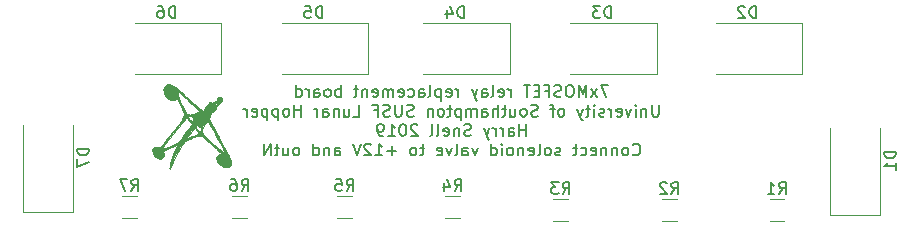
<source format=gbo>
G04 #@! TF.GenerationSoftware,KiCad,Pcbnew,(5.1.4)-1*
G04 #@! TF.CreationDate,2019-11-29T00:22:24+00:00*
G04 #@! TF.ProjectId,relay-replacement-board,72656c61-792d-4726-9570-6c6163656d65,rev?*
G04 #@! TF.SameCoordinates,Original*
G04 #@! TF.FileFunction,Legend,Bot*
G04 #@! TF.FilePolarity,Positive*
%FSLAX46Y46*%
G04 Gerber Fmt 4.6, Leading zero omitted, Abs format (unit mm)*
G04 Created by KiCad (PCBNEW (5.1.4)-1) date 2019-11-29 00:22:24*
%MOMM*%
%LPD*%
G04 APERTURE LIST*
%ADD10C,0.150000*%
%ADD11C,0.010000*%
%ADD12C,0.120000*%
%ADD13C,1.002000*%
%ADD14C,8.702000*%
%ADD15R,2.402000X3.602000*%
%ADD16R,3.602000X2.402000*%
%ADD17C,0.100000*%
%ADD18C,1.527000*%
%ADD19O,2.082000X4.062000*%
%ADD20R,2.082000X4.062000*%
%ADD21O,4.062000X2.082000*%
%ADD22R,4.062000X2.082000*%
G04 APERTURE END LIST*
D10*
X148261904Y-88977380D02*
X147595238Y-88977380D01*
X148023809Y-89977380D01*
X147309523Y-89977380D02*
X146785714Y-89310714D01*
X147309523Y-89310714D02*
X146785714Y-89977380D01*
X146404761Y-89977380D02*
X146404761Y-88977380D01*
X146071428Y-89691666D01*
X145738095Y-88977380D01*
X145738095Y-89977380D01*
X145071428Y-88977380D02*
X144880952Y-88977380D01*
X144785714Y-89025000D01*
X144690476Y-89120238D01*
X144642857Y-89310714D01*
X144642857Y-89644047D01*
X144690476Y-89834523D01*
X144785714Y-89929761D01*
X144880952Y-89977380D01*
X145071428Y-89977380D01*
X145166666Y-89929761D01*
X145261904Y-89834523D01*
X145309523Y-89644047D01*
X145309523Y-89310714D01*
X145261904Y-89120238D01*
X145166666Y-89025000D01*
X145071428Y-88977380D01*
X144261904Y-89929761D02*
X144119047Y-89977380D01*
X143880952Y-89977380D01*
X143785714Y-89929761D01*
X143738095Y-89882142D01*
X143690476Y-89786904D01*
X143690476Y-89691666D01*
X143738095Y-89596428D01*
X143785714Y-89548809D01*
X143880952Y-89501190D01*
X144071428Y-89453571D01*
X144166666Y-89405952D01*
X144214285Y-89358333D01*
X144261904Y-89263095D01*
X144261904Y-89167857D01*
X144214285Y-89072619D01*
X144166666Y-89025000D01*
X144071428Y-88977380D01*
X143833333Y-88977380D01*
X143690476Y-89025000D01*
X142928571Y-89453571D02*
X143261904Y-89453571D01*
X143261904Y-89977380D02*
X143261904Y-88977380D01*
X142785714Y-88977380D01*
X142404761Y-89453571D02*
X142071428Y-89453571D01*
X141928571Y-89977380D02*
X142404761Y-89977380D01*
X142404761Y-88977380D01*
X141928571Y-88977380D01*
X141642857Y-88977380D02*
X141071428Y-88977380D01*
X141357142Y-89977380D02*
X141357142Y-88977380D01*
X139976190Y-89977380D02*
X139976190Y-89310714D01*
X139976190Y-89501190D02*
X139928571Y-89405952D01*
X139880952Y-89358333D01*
X139785714Y-89310714D01*
X139690476Y-89310714D01*
X138976190Y-89929761D02*
X139071428Y-89977380D01*
X139261904Y-89977380D01*
X139357142Y-89929761D01*
X139404761Y-89834523D01*
X139404761Y-89453571D01*
X139357142Y-89358333D01*
X139261904Y-89310714D01*
X139071428Y-89310714D01*
X138976190Y-89358333D01*
X138928571Y-89453571D01*
X138928571Y-89548809D01*
X139404761Y-89644047D01*
X138357142Y-89977380D02*
X138452380Y-89929761D01*
X138500000Y-89834523D01*
X138500000Y-88977380D01*
X137547619Y-89977380D02*
X137547619Y-89453571D01*
X137595238Y-89358333D01*
X137690476Y-89310714D01*
X137880952Y-89310714D01*
X137976190Y-89358333D01*
X137547619Y-89929761D02*
X137642857Y-89977380D01*
X137880952Y-89977380D01*
X137976190Y-89929761D01*
X138023809Y-89834523D01*
X138023809Y-89739285D01*
X137976190Y-89644047D01*
X137880952Y-89596428D01*
X137642857Y-89596428D01*
X137547619Y-89548809D01*
X137166666Y-89310714D02*
X136928571Y-89977380D01*
X136690476Y-89310714D02*
X136928571Y-89977380D01*
X137023809Y-90215476D01*
X137071428Y-90263095D01*
X137166666Y-90310714D01*
X135547619Y-89977380D02*
X135547619Y-89310714D01*
X135547619Y-89501190D02*
X135500000Y-89405952D01*
X135452380Y-89358333D01*
X135357142Y-89310714D01*
X135261904Y-89310714D01*
X134547619Y-89929761D02*
X134642857Y-89977380D01*
X134833333Y-89977380D01*
X134928571Y-89929761D01*
X134976190Y-89834523D01*
X134976190Y-89453571D01*
X134928571Y-89358333D01*
X134833333Y-89310714D01*
X134642857Y-89310714D01*
X134547619Y-89358333D01*
X134500000Y-89453571D01*
X134500000Y-89548809D01*
X134976190Y-89644047D01*
X134071428Y-89310714D02*
X134071428Y-90310714D01*
X134071428Y-89358333D02*
X133976190Y-89310714D01*
X133785714Y-89310714D01*
X133690476Y-89358333D01*
X133642857Y-89405952D01*
X133595238Y-89501190D01*
X133595238Y-89786904D01*
X133642857Y-89882142D01*
X133690476Y-89929761D01*
X133785714Y-89977380D01*
X133976190Y-89977380D01*
X134071428Y-89929761D01*
X133023809Y-89977380D02*
X133119047Y-89929761D01*
X133166666Y-89834523D01*
X133166666Y-88977380D01*
X132214285Y-89977380D02*
X132214285Y-89453571D01*
X132261904Y-89358333D01*
X132357142Y-89310714D01*
X132547619Y-89310714D01*
X132642857Y-89358333D01*
X132214285Y-89929761D02*
X132309523Y-89977380D01*
X132547619Y-89977380D01*
X132642857Y-89929761D01*
X132690476Y-89834523D01*
X132690476Y-89739285D01*
X132642857Y-89644047D01*
X132547619Y-89596428D01*
X132309523Y-89596428D01*
X132214285Y-89548809D01*
X131309523Y-89929761D02*
X131404761Y-89977380D01*
X131595238Y-89977380D01*
X131690476Y-89929761D01*
X131738095Y-89882142D01*
X131785714Y-89786904D01*
X131785714Y-89501190D01*
X131738095Y-89405952D01*
X131690476Y-89358333D01*
X131595238Y-89310714D01*
X131404761Y-89310714D01*
X131309523Y-89358333D01*
X130500000Y-89929761D02*
X130595238Y-89977380D01*
X130785714Y-89977380D01*
X130880952Y-89929761D01*
X130928571Y-89834523D01*
X130928571Y-89453571D01*
X130880952Y-89358333D01*
X130785714Y-89310714D01*
X130595238Y-89310714D01*
X130500000Y-89358333D01*
X130452380Y-89453571D01*
X130452380Y-89548809D01*
X130928571Y-89644047D01*
X130023809Y-89977380D02*
X130023809Y-89310714D01*
X130023809Y-89405952D02*
X129976190Y-89358333D01*
X129880952Y-89310714D01*
X129738095Y-89310714D01*
X129642857Y-89358333D01*
X129595238Y-89453571D01*
X129595238Y-89977380D01*
X129595238Y-89453571D02*
X129547619Y-89358333D01*
X129452380Y-89310714D01*
X129309523Y-89310714D01*
X129214285Y-89358333D01*
X129166666Y-89453571D01*
X129166666Y-89977380D01*
X128309523Y-89929761D02*
X128404761Y-89977380D01*
X128595238Y-89977380D01*
X128690476Y-89929761D01*
X128738095Y-89834523D01*
X128738095Y-89453571D01*
X128690476Y-89358333D01*
X128595238Y-89310714D01*
X128404761Y-89310714D01*
X128309523Y-89358333D01*
X128261904Y-89453571D01*
X128261904Y-89548809D01*
X128738095Y-89644047D01*
X127833333Y-89310714D02*
X127833333Y-89977380D01*
X127833333Y-89405952D02*
X127785714Y-89358333D01*
X127690476Y-89310714D01*
X127547619Y-89310714D01*
X127452380Y-89358333D01*
X127404761Y-89453571D01*
X127404761Y-89977380D01*
X127071428Y-89310714D02*
X126690476Y-89310714D01*
X126928571Y-88977380D02*
X126928571Y-89834523D01*
X126880952Y-89929761D01*
X126785714Y-89977380D01*
X126690476Y-89977380D01*
X125595238Y-89977380D02*
X125595238Y-88977380D01*
X125595238Y-89358333D02*
X125500000Y-89310714D01*
X125309523Y-89310714D01*
X125214285Y-89358333D01*
X125166666Y-89405952D01*
X125119047Y-89501190D01*
X125119047Y-89786904D01*
X125166666Y-89882142D01*
X125214285Y-89929761D01*
X125309523Y-89977380D01*
X125500000Y-89977380D01*
X125595238Y-89929761D01*
X124547619Y-89977380D02*
X124642857Y-89929761D01*
X124690476Y-89882142D01*
X124738095Y-89786904D01*
X124738095Y-89501190D01*
X124690476Y-89405952D01*
X124642857Y-89358333D01*
X124547619Y-89310714D01*
X124404761Y-89310714D01*
X124309523Y-89358333D01*
X124261904Y-89405952D01*
X124214285Y-89501190D01*
X124214285Y-89786904D01*
X124261904Y-89882142D01*
X124309523Y-89929761D01*
X124404761Y-89977380D01*
X124547619Y-89977380D01*
X123357142Y-89977380D02*
X123357142Y-89453571D01*
X123404761Y-89358333D01*
X123500000Y-89310714D01*
X123690476Y-89310714D01*
X123785714Y-89358333D01*
X123357142Y-89929761D02*
X123452380Y-89977380D01*
X123690476Y-89977380D01*
X123785714Y-89929761D01*
X123833333Y-89834523D01*
X123833333Y-89739285D01*
X123785714Y-89644047D01*
X123690476Y-89596428D01*
X123452380Y-89596428D01*
X123357142Y-89548809D01*
X122880952Y-89977380D02*
X122880952Y-89310714D01*
X122880952Y-89501190D02*
X122833333Y-89405952D01*
X122785714Y-89358333D01*
X122690476Y-89310714D01*
X122595238Y-89310714D01*
X121833333Y-89977380D02*
X121833333Y-88977380D01*
X121833333Y-89929761D02*
X121928571Y-89977380D01*
X122119047Y-89977380D01*
X122214285Y-89929761D01*
X122261904Y-89882142D01*
X122309523Y-89786904D01*
X122309523Y-89501190D01*
X122261904Y-89405952D01*
X122214285Y-89358333D01*
X122119047Y-89310714D01*
X121928571Y-89310714D01*
X121833333Y-89358333D01*
X152523809Y-90627380D02*
X152523809Y-91436904D01*
X152476190Y-91532142D01*
X152428571Y-91579761D01*
X152333333Y-91627380D01*
X152142857Y-91627380D01*
X152047619Y-91579761D01*
X152000000Y-91532142D01*
X151952380Y-91436904D01*
X151952380Y-90627380D01*
X151476190Y-90960714D02*
X151476190Y-91627380D01*
X151476190Y-91055952D02*
X151428571Y-91008333D01*
X151333333Y-90960714D01*
X151190476Y-90960714D01*
X151095238Y-91008333D01*
X151047619Y-91103571D01*
X151047619Y-91627380D01*
X150571428Y-91627380D02*
X150571428Y-90960714D01*
X150571428Y-90627380D02*
X150619047Y-90675000D01*
X150571428Y-90722619D01*
X150523809Y-90675000D01*
X150571428Y-90627380D01*
X150571428Y-90722619D01*
X150190476Y-90960714D02*
X149952380Y-91627380D01*
X149714285Y-90960714D01*
X148952380Y-91579761D02*
X149047619Y-91627380D01*
X149238095Y-91627380D01*
X149333333Y-91579761D01*
X149380952Y-91484523D01*
X149380952Y-91103571D01*
X149333333Y-91008333D01*
X149238095Y-90960714D01*
X149047619Y-90960714D01*
X148952380Y-91008333D01*
X148904761Y-91103571D01*
X148904761Y-91198809D01*
X149380952Y-91294047D01*
X148476190Y-91627380D02*
X148476190Y-90960714D01*
X148476190Y-91151190D02*
X148428571Y-91055952D01*
X148380952Y-91008333D01*
X148285714Y-90960714D01*
X148190476Y-90960714D01*
X147904761Y-91579761D02*
X147809523Y-91627380D01*
X147619047Y-91627380D01*
X147523809Y-91579761D01*
X147476190Y-91484523D01*
X147476190Y-91436904D01*
X147523809Y-91341666D01*
X147619047Y-91294047D01*
X147761904Y-91294047D01*
X147857142Y-91246428D01*
X147904761Y-91151190D01*
X147904761Y-91103571D01*
X147857142Y-91008333D01*
X147761904Y-90960714D01*
X147619047Y-90960714D01*
X147523809Y-91008333D01*
X147047619Y-91627380D02*
X147047619Y-90960714D01*
X147047619Y-90627380D02*
X147095238Y-90675000D01*
X147047619Y-90722619D01*
X147000000Y-90675000D01*
X147047619Y-90627380D01*
X147047619Y-90722619D01*
X146714285Y-90960714D02*
X146333333Y-90960714D01*
X146571428Y-90627380D02*
X146571428Y-91484523D01*
X146523809Y-91579761D01*
X146428571Y-91627380D01*
X146333333Y-91627380D01*
X146095238Y-90960714D02*
X145857142Y-91627380D01*
X145619047Y-90960714D02*
X145857142Y-91627380D01*
X145952380Y-91865476D01*
X146000000Y-91913095D01*
X146095238Y-91960714D01*
X144333333Y-91627380D02*
X144428571Y-91579761D01*
X144476190Y-91532142D01*
X144523809Y-91436904D01*
X144523809Y-91151190D01*
X144476190Y-91055952D01*
X144428571Y-91008333D01*
X144333333Y-90960714D01*
X144190476Y-90960714D01*
X144095238Y-91008333D01*
X144047619Y-91055952D01*
X144000000Y-91151190D01*
X144000000Y-91436904D01*
X144047619Y-91532142D01*
X144095238Y-91579761D01*
X144190476Y-91627380D01*
X144333333Y-91627380D01*
X143714285Y-90960714D02*
X143333333Y-90960714D01*
X143571428Y-91627380D02*
X143571428Y-90770238D01*
X143523809Y-90675000D01*
X143428571Y-90627380D01*
X143333333Y-90627380D01*
X142285714Y-91579761D02*
X142142857Y-91627380D01*
X141904761Y-91627380D01*
X141809523Y-91579761D01*
X141761904Y-91532142D01*
X141714285Y-91436904D01*
X141714285Y-91341666D01*
X141761904Y-91246428D01*
X141809523Y-91198809D01*
X141904761Y-91151190D01*
X142095238Y-91103571D01*
X142190476Y-91055952D01*
X142238095Y-91008333D01*
X142285714Y-90913095D01*
X142285714Y-90817857D01*
X142238095Y-90722619D01*
X142190476Y-90675000D01*
X142095238Y-90627380D01*
X141857142Y-90627380D01*
X141714285Y-90675000D01*
X141142857Y-91627380D02*
X141238095Y-91579761D01*
X141285714Y-91532142D01*
X141333333Y-91436904D01*
X141333333Y-91151190D01*
X141285714Y-91055952D01*
X141238095Y-91008333D01*
X141142857Y-90960714D01*
X141000000Y-90960714D01*
X140904761Y-91008333D01*
X140857142Y-91055952D01*
X140809523Y-91151190D01*
X140809523Y-91436904D01*
X140857142Y-91532142D01*
X140904761Y-91579761D01*
X141000000Y-91627380D01*
X141142857Y-91627380D01*
X139952380Y-90960714D02*
X139952380Y-91627380D01*
X140380952Y-90960714D02*
X140380952Y-91484523D01*
X140333333Y-91579761D01*
X140238095Y-91627380D01*
X140095238Y-91627380D01*
X140000000Y-91579761D01*
X139952380Y-91532142D01*
X139619047Y-90960714D02*
X139238095Y-90960714D01*
X139476190Y-90627380D02*
X139476190Y-91484523D01*
X139428571Y-91579761D01*
X139333333Y-91627380D01*
X139238095Y-91627380D01*
X138904761Y-91627380D02*
X138904761Y-90627380D01*
X138476190Y-91627380D02*
X138476190Y-91103571D01*
X138523809Y-91008333D01*
X138619047Y-90960714D01*
X138761904Y-90960714D01*
X138857142Y-91008333D01*
X138904761Y-91055952D01*
X137571428Y-91627380D02*
X137571428Y-91103571D01*
X137619047Y-91008333D01*
X137714285Y-90960714D01*
X137904761Y-90960714D01*
X138000000Y-91008333D01*
X137571428Y-91579761D02*
X137666666Y-91627380D01*
X137904761Y-91627380D01*
X138000000Y-91579761D01*
X138047619Y-91484523D01*
X138047619Y-91389285D01*
X138000000Y-91294047D01*
X137904761Y-91246428D01*
X137666666Y-91246428D01*
X137571428Y-91198809D01*
X137095238Y-91627380D02*
X137095238Y-90960714D01*
X137095238Y-91055952D02*
X137047619Y-91008333D01*
X136952380Y-90960714D01*
X136809523Y-90960714D01*
X136714285Y-91008333D01*
X136666666Y-91103571D01*
X136666666Y-91627380D01*
X136666666Y-91103571D02*
X136619047Y-91008333D01*
X136523809Y-90960714D01*
X136380952Y-90960714D01*
X136285714Y-91008333D01*
X136238095Y-91103571D01*
X136238095Y-91627380D01*
X135761904Y-90960714D02*
X135761904Y-91960714D01*
X135761904Y-91008333D02*
X135666666Y-90960714D01*
X135476190Y-90960714D01*
X135380952Y-91008333D01*
X135333333Y-91055952D01*
X135285714Y-91151190D01*
X135285714Y-91436904D01*
X135333333Y-91532142D01*
X135380952Y-91579761D01*
X135476190Y-91627380D01*
X135666666Y-91627380D01*
X135761904Y-91579761D01*
X135000000Y-90960714D02*
X134619047Y-90960714D01*
X134857142Y-90627380D02*
X134857142Y-91484523D01*
X134809523Y-91579761D01*
X134714285Y-91627380D01*
X134619047Y-91627380D01*
X134142857Y-91627380D02*
X134238095Y-91579761D01*
X134285714Y-91532142D01*
X134333333Y-91436904D01*
X134333333Y-91151190D01*
X134285714Y-91055952D01*
X134238095Y-91008333D01*
X134142857Y-90960714D01*
X134000000Y-90960714D01*
X133904761Y-91008333D01*
X133857142Y-91055952D01*
X133809523Y-91151190D01*
X133809523Y-91436904D01*
X133857142Y-91532142D01*
X133904761Y-91579761D01*
X134000000Y-91627380D01*
X134142857Y-91627380D01*
X133380952Y-90960714D02*
X133380952Y-91627380D01*
X133380952Y-91055952D02*
X133333333Y-91008333D01*
X133238095Y-90960714D01*
X133095238Y-90960714D01*
X133000000Y-91008333D01*
X132952380Y-91103571D01*
X132952380Y-91627380D01*
X131761904Y-91579761D02*
X131619047Y-91627380D01*
X131380952Y-91627380D01*
X131285714Y-91579761D01*
X131238095Y-91532142D01*
X131190476Y-91436904D01*
X131190476Y-91341666D01*
X131238095Y-91246428D01*
X131285714Y-91198809D01*
X131380952Y-91151190D01*
X131571428Y-91103571D01*
X131666666Y-91055952D01*
X131714285Y-91008333D01*
X131761904Y-90913095D01*
X131761904Y-90817857D01*
X131714285Y-90722619D01*
X131666666Y-90675000D01*
X131571428Y-90627380D01*
X131333333Y-90627380D01*
X131190476Y-90675000D01*
X130761904Y-90627380D02*
X130761904Y-91436904D01*
X130714285Y-91532142D01*
X130666666Y-91579761D01*
X130571428Y-91627380D01*
X130380952Y-91627380D01*
X130285714Y-91579761D01*
X130238095Y-91532142D01*
X130190476Y-91436904D01*
X130190476Y-90627380D01*
X129761904Y-91579761D02*
X129619047Y-91627380D01*
X129380952Y-91627380D01*
X129285714Y-91579761D01*
X129238095Y-91532142D01*
X129190476Y-91436904D01*
X129190476Y-91341666D01*
X129238095Y-91246428D01*
X129285714Y-91198809D01*
X129380952Y-91151190D01*
X129571428Y-91103571D01*
X129666666Y-91055952D01*
X129714285Y-91008333D01*
X129761904Y-90913095D01*
X129761904Y-90817857D01*
X129714285Y-90722619D01*
X129666666Y-90675000D01*
X129571428Y-90627380D01*
X129333333Y-90627380D01*
X129190476Y-90675000D01*
X128428571Y-91103571D02*
X128761904Y-91103571D01*
X128761904Y-91627380D02*
X128761904Y-90627380D01*
X128285714Y-90627380D01*
X126666666Y-91627380D02*
X127142857Y-91627380D01*
X127142857Y-90627380D01*
X125904761Y-90960714D02*
X125904761Y-91627380D01*
X126333333Y-90960714D02*
X126333333Y-91484523D01*
X126285714Y-91579761D01*
X126190476Y-91627380D01*
X126047619Y-91627380D01*
X125952380Y-91579761D01*
X125904761Y-91532142D01*
X125428571Y-90960714D02*
X125428571Y-91627380D01*
X125428571Y-91055952D02*
X125380952Y-91008333D01*
X125285714Y-90960714D01*
X125142857Y-90960714D01*
X125047619Y-91008333D01*
X125000000Y-91103571D01*
X125000000Y-91627380D01*
X124095238Y-91627380D02*
X124095238Y-91103571D01*
X124142857Y-91008333D01*
X124238095Y-90960714D01*
X124428571Y-90960714D01*
X124523809Y-91008333D01*
X124095238Y-91579761D02*
X124190476Y-91627380D01*
X124428571Y-91627380D01*
X124523809Y-91579761D01*
X124571428Y-91484523D01*
X124571428Y-91389285D01*
X124523809Y-91294047D01*
X124428571Y-91246428D01*
X124190476Y-91246428D01*
X124095238Y-91198809D01*
X123619047Y-91627380D02*
X123619047Y-90960714D01*
X123619047Y-91151190D02*
X123571428Y-91055952D01*
X123523809Y-91008333D01*
X123428571Y-90960714D01*
X123333333Y-90960714D01*
X122238095Y-91627380D02*
X122238095Y-90627380D01*
X122238095Y-91103571D02*
X121666666Y-91103571D01*
X121666666Y-91627380D02*
X121666666Y-90627380D01*
X121047619Y-91627380D02*
X121142857Y-91579761D01*
X121190476Y-91532142D01*
X121238095Y-91436904D01*
X121238095Y-91151190D01*
X121190476Y-91055952D01*
X121142857Y-91008333D01*
X121047619Y-90960714D01*
X120904761Y-90960714D01*
X120809523Y-91008333D01*
X120761904Y-91055952D01*
X120714285Y-91151190D01*
X120714285Y-91436904D01*
X120761904Y-91532142D01*
X120809523Y-91579761D01*
X120904761Y-91627380D01*
X121047619Y-91627380D01*
X120285714Y-90960714D02*
X120285714Y-91960714D01*
X120285714Y-91008333D02*
X120190476Y-90960714D01*
X120000000Y-90960714D01*
X119904761Y-91008333D01*
X119857142Y-91055952D01*
X119809523Y-91151190D01*
X119809523Y-91436904D01*
X119857142Y-91532142D01*
X119904761Y-91579761D01*
X120000000Y-91627380D01*
X120190476Y-91627380D01*
X120285714Y-91579761D01*
X119380952Y-90960714D02*
X119380952Y-91960714D01*
X119380952Y-91008333D02*
X119285714Y-90960714D01*
X119095238Y-90960714D01*
X119000000Y-91008333D01*
X118952380Y-91055952D01*
X118904761Y-91151190D01*
X118904761Y-91436904D01*
X118952380Y-91532142D01*
X119000000Y-91579761D01*
X119095238Y-91627380D01*
X119285714Y-91627380D01*
X119380952Y-91579761D01*
X118095238Y-91579761D02*
X118190476Y-91627380D01*
X118380952Y-91627380D01*
X118476190Y-91579761D01*
X118523809Y-91484523D01*
X118523809Y-91103571D01*
X118476190Y-91008333D01*
X118380952Y-90960714D01*
X118190476Y-90960714D01*
X118095238Y-91008333D01*
X118047619Y-91103571D01*
X118047619Y-91198809D01*
X118523809Y-91294047D01*
X117619047Y-91627380D02*
X117619047Y-90960714D01*
X117619047Y-91151190D02*
X117571428Y-91055952D01*
X117523809Y-91008333D01*
X117428571Y-90960714D01*
X117333333Y-90960714D01*
X141285714Y-93277380D02*
X141285714Y-92277380D01*
X141285714Y-92753571D02*
X140714285Y-92753571D01*
X140714285Y-93277380D02*
X140714285Y-92277380D01*
X139809523Y-93277380D02*
X139809523Y-92753571D01*
X139857142Y-92658333D01*
X139952380Y-92610714D01*
X140142857Y-92610714D01*
X140238095Y-92658333D01*
X139809523Y-93229761D02*
X139904761Y-93277380D01*
X140142857Y-93277380D01*
X140238095Y-93229761D01*
X140285714Y-93134523D01*
X140285714Y-93039285D01*
X140238095Y-92944047D01*
X140142857Y-92896428D01*
X139904761Y-92896428D01*
X139809523Y-92848809D01*
X139333333Y-93277380D02*
X139333333Y-92610714D01*
X139333333Y-92801190D02*
X139285714Y-92705952D01*
X139238095Y-92658333D01*
X139142857Y-92610714D01*
X139047619Y-92610714D01*
X138714285Y-93277380D02*
X138714285Y-92610714D01*
X138714285Y-92801190D02*
X138666666Y-92705952D01*
X138619047Y-92658333D01*
X138523809Y-92610714D01*
X138428571Y-92610714D01*
X138190476Y-92610714D02*
X137952380Y-93277380D01*
X137714285Y-92610714D02*
X137952380Y-93277380D01*
X138047619Y-93515476D01*
X138095238Y-93563095D01*
X138190476Y-93610714D01*
X136619047Y-93229761D02*
X136476190Y-93277380D01*
X136238095Y-93277380D01*
X136142857Y-93229761D01*
X136095238Y-93182142D01*
X136047619Y-93086904D01*
X136047619Y-92991666D01*
X136095238Y-92896428D01*
X136142857Y-92848809D01*
X136238095Y-92801190D01*
X136428571Y-92753571D01*
X136523809Y-92705952D01*
X136571428Y-92658333D01*
X136619047Y-92563095D01*
X136619047Y-92467857D01*
X136571428Y-92372619D01*
X136523809Y-92325000D01*
X136428571Y-92277380D01*
X136190476Y-92277380D01*
X136047619Y-92325000D01*
X135619047Y-92610714D02*
X135619047Y-93277380D01*
X135619047Y-92705952D02*
X135571428Y-92658333D01*
X135476190Y-92610714D01*
X135333333Y-92610714D01*
X135238095Y-92658333D01*
X135190476Y-92753571D01*
X135190476Y-93277380D01*
X134333333Y-93229761D02*
X134428571Y-93277380D01*
X134619047Y-93277380D01*
X134714285Y-93229761D01*
X134761904Y-93134523D01*
X134761904Y-92753571D01*
X134714285Y-92658333D01*
X134619047Y-92610714D01*
X134428571Y-92610714D01*
X134333333Y-92658333D01*
X134285714Y-92753571D01*
X134285714Y-92848809D01*
X134761904Y-92944047D01*
X133714285Y-93277380D02*
X133809523Y-93229761D01*
X133857142Y-93134523D01*
X133857142Y-92277380D01*
X133190476Y-93277380D02*
X133285714Y-93229761D01*
X133333333Y-93134523D01*
X133333333Y-92277380D01*
X132095238Y-92372619D02*
X132047619Y-92325000D01*
X131952380Y-92277380D01*
X131714285Y-92277380D01*
X131619047Y-92325000D01*
X131571428Y-92372619D01*
X131523809Y-92467857D01*
X131523809Y-92563095D01*
X131571428Y-92705952D01*
X132142857Y-93277380D01*
X131523809Y-93277380D01*
X130904761Y-92277380D02*
X130809523Y-92277380D01*
X130714285Y-92325000D01*
X130666666Y-92372619D01*
X130619047Y-92467857D01*
X130571428Y-92658333D01*
X130571428Y-92896428D01*
X130619047Y-93086904D01*
X130666666Y-93182142D01*
X130714285Y-93229761D01*
X130809523Y-93277380D01*
X130904761Y-93277380D01*
X131000000Y-93229761D01*
X131047619Y-93182142D01*
X131095238Y-93086904D01*
X131142857Y-92896428D01*
X131142857Y-92658333D01*
X131095238Y-92467857D01*
X131047619Y-92372619D01*
X131000000Y-92325000D01*
X130904761Y-92277380D01*
X129619047Y-93277380D02*
X130190476Y-93277380D01*
X129904761Y-93277380D02*
X129904761Y-92277380D01*
X130000000Y-92420238D01*
X130095238Y-92515476D01*
X130190476Y-92563095D01*
X129142857Y-93277380D02*
X128952380Y-93277380D01*
X128857142Y-93229761D01*
X128809523Y-93182142D01*
X128714285Y-93039285D01*
X128666666Y-92848809D01*
X128666666Y-92467857D01*
X128714285Y-92372619D01*
X128761904Y-92325000D01*
X128857142Y-92277380D01*
X129047619Y-92277380D01*
X129142857Y-92325000D01*
X129190476Y-92372619D01*
X129238095Y-92467857D01*
X129238095Y-92705952D01*
X129190476Y-92801190D01*
X129142857Y-92848809D01*
X129047619Y-92896428D01*
X128857142Y-92896428D01*
X128761904Y-92848809D01*
X128714285Y-92801190D01*
X128666666Y-92705952D01*
X150333333Y-94832142D02*
X150380952Y-94879761D01*
X150523809Y-94927380D01*
X150619047Y-94927380D01*
X150761904Y-94879761D01*
X150857142Y-94784523D01*
X150904761Y-94689285D01*
X150952380Y-94498809D01*
X150952380Y-94355952D01*
X150904761Y-94165476D01*
X150857142Y-94070238D01*
X150761904Y-93975000D01*
X150619047Y-93927380D01*
X150523809Y-93927380D01*
X150380952Y-93975000D01*
X150333333Y-94022619D01*
X149761904Y-94927380D02*
X149857142Y-94879761D01*
X149904761Y-94832142D01*
X149952380Y-94736904D01*
X149952380Y-94451190D01*
X149904761Y-94355952D01*
X149857142Y-94308333D01*
X149761904Y-94260714D01*
X149619047Y-94260714D01*
X149523809Y-94308333D01*
X149476190Y-94355952D01*
X149428571Y-94451190D01*
X149428571Y-94736904D01*
X149476190Y-94832142D01*
X149523809Y-94879761D01*
X149619047Y-94927380D01*
X149761904Y-94927380D01*
X149000000Y-94260714D02*
X149000000Y-94927380D01*
X149000000Y-94355952D02*
X148952380Y-94308333D01*
X148857142Y-94260714D01*
X148714285Y-94260714D01*
X148619047Y-94308333D01*
X148571428Y-94403571D01*
X148571428Y-94927380D01*
X148095238Y-94260714D02*
X148095238Y-94927380D01*
X148095238Y-94355952D02*
X148047619Y-94308333D01*
X147952380Y-94260714D01*
X147809523Y-94260714D01*
X147714285Y-94308333D01*
X147666666Y-94403571D01*
X147666666Y-94927380D01*
X146809523Y-94879761D02*
X146904761Y-94927380D01*
X147095238Y-94927380D01*
X147190476Y-94879761D01*
X147238095Y-94784523D01*
X147238095Y-94403571D01*
X147190476Y-94308333D01*
X147095238Y-94260714D01*
X146904761Y-94260714D01*
X146809523Y-94308333D01*
X146761904Y-94403571D01*
X146761904Y-94498809D01*
X147238095Y-94594047D01*
X145904761Y-94879761D02*
X146000000Y-94927380D01*
X146190476Y-94927380D01*
X146285714Y-94879761D01*
X146333333Y-94832142D01*
X146380952Y-94736904D01*
X146380952Y-94451190D01*
X146333333Y-94355952D01*
X146285714Y-94308333D01*
X146190476Y-94260714D01*
X146000000Y-94260714D01*
X145904761Y-94308333D01*
X145619047Y-94260714D02*
X145238095Y-94260714D01*
X145476190Y-93927380D02*
X145476190Y-94784523D01*
X145428571Y-94879761D01*
X145333333Y-94927380D01*
X145238095Y-94927380D01*
X144190476Y-94879761D02*
X144095238Y-94927380D01*
X143904761Y-94927380D01*
X143809523Y-94879761D01*
X143761904Y-94784523D01*
X143761904Y-94736904D01*
X143809523Y-94641666D01*
X143904761Y-94594047D01*
X144047619Y-94594047D01*
X144142857Y-94546428D01*
X144190476Y-94451190D01*
X144190476Y-94403571D01*
X144142857Y-94308333D01*
X144047619Y-94260714D01*
X143904761Y-94260714D01*
X143809523Y-94308333D01*
X143190476Y-94927380D02*
X143285714Y-94879761D01*
X143333333Y-94832142D01*
X143380952Y-94736904D01*
X143380952Y-94451190D01*
X143333333Y-94355952D01*
X143285714Y-94308333D01*
X143190476Y-94260714D01*
X143047619Y-94260714D01*
X142952380Y-94308333D01*
X142904761Y-94355952D01*
X142857142Y-94451190D01*
X142857142Y-94736904D01*
X142904761Y-94832142D01*
X142952380Y-94879761D01*
X143047619Y-94927380D01*
X143190476Y-94927380D01*
X142285714Y-94927380D02*
X142380952Y-94879761D01*
X142428571Y-94784523D01*
X142428571Y-93927380D01*
X141523809Y-94879761D02*
X141619047Y-94927380D01*
X141809523Y-94927380D01*
X141904761Y-94879761D01*
X141952380Y-94784523D01*
X141952380Y-94403571D01*
X141904761Y-94308333D01*
X141809523Y-94260714D01*
X141619047Y-94260714D01*
X141523809Y-94308333D01*
X141476190Y-94403571D01*
X141476190Y-94498809D01*
X141952380Y-94594047D01*
X141047619Y-94260714D02*
X141047619Y-94927380D01*
X141047619Y-94355952D02*
X141000000Y-94308333D01*
X140904761Y-94260714D01*
X140761904Y-94260714D01*
X140666666Y-94308333D01*
X140619047Y-94403571D01*
X140619047Y-94927380D01*
X140000000Y-94927380D02*
X140095238Y-94879761D01*
X140142857Y-94832142D01*
X140190476Y-94736904D01*
X140190476Y-94451190D01*
X140142857Y-94355952D01*
X140095238Y-94308333D01*
X140000000Y-94260714D01*
X139857142Y-94260714D01*
X139761904Y-94308333D01*
X139714285Y-94355952D01*
X139666666Y-94451190D01*
X139666666Y-94736904D01*
X139714285Y-94832142D01*
X139761904Y-94879761D01*
X139857142Y-94927380D01*
X140000000Y-94927380D01*
X139238095Y-94927380D02*
X139238095Y-94260714D01*
X139238095Y-93927380D02*
X139285714Y-93975000D01*
X139238095Y-94022619D01*
X139190476Y-93975000D01*
X139238095Y-93927380D01*
X139238095Y-94022619D01*
X138333333Y-94927380D02*
X138333333Y-93927380D01*
X138333333Y-94879761D02*
X138428571Y-94927380D01*
X138619047Y-94927380D01*
X138714285Y-94879761D01*
X138761904Y-94832142D01*
X138809523Y-94736904D01*
X138809523Y-94451190D01*
X138761904Y-94355952D01*
X138714285Y-94308333D01*
X138619047Y-94260714D01*
X138428571Y-94260714D01*
X138333333Y-94308333D01*
X137190476Y-94260714D02*
X136952380Y-94927380D01*
X136714285Y-94260714D01*
X135904761Y-94927380D02*
X135904761Y-94403571D01*
X135952380Y-94308333D01*
X136047619Y-94260714D01*
X136238095Y-94260714D01*
X136333333Y-94308333D01*
X135904761Y-94879761D02*
X136000000Y-94927380D01*
X136238095Y-94927380D01*
X136333333Y-94879761D01*
X136380952Y-94784523D01*
X136380952Y-94689285D01*
X136333333Y-94594047D01*
X136238095Y-94546428D01*
X136000000Y-94546428D01*
X135904761Y-94498809D01*
X135285714Y-94927380D02*
X135380952Y-94879761D01*
X135428571Y-94784523D01*
X135428571Y-93927380D01*
X135000000Y-94260714D02*
X134761904Y-94927380D01*
X134523809Y-94260714D01*
X133761904Y-94879761D02*
X133857142Y-94927380D01*
X134047619Y-94927380D01*
X134142857Y-94879761D01*
X134190476Y-94784523D01*
X134190476Y-94403571D01*
X134142857Y-94308333D01*
X134047619Y-94260714D01*
X133857142Y-94260714D01*
X133761904Y-94308333D01*
X133714285Y-94403571D01*
X133714285Y-94498809D01*
X134190476Y-94594047D01*
X132666666Y-94260714D02*
X132285714Y-94260714D01*
X132523809Y-93927380D02*
X132523809Y-94784523D01*
X132476190Y-94879761D01*
X132380952Y-94927380D01*
X132285714Y-94927380D01*
X131809523Y-94927380D02*
X131904761Y-94879761D01*
X131952380Y-94832142D01*
X132000000Y-94736904D01*
X132000000Y-94451190D01*
X131952380Y-94355952D01*
X131904761Y-94308333D01*
X131809523Y-94260714D01*
X131666666Y-94260714D01*
X131571428Y-94308333D01*
X131523809Y-94355952D01*
X131476190Y-94451190D01*
X131476190Y-94736904D01*
X131523809Y-94832142D01*
X131571428Y-94879761D01*
X131666666Y-94927380D01*
X131809523Y-94927380D01*
X130285714Y-94546428D02*
X129523809Y-94546428D01*
X129904761Y-94927380D02*
X129904761Y-94165476D01*
X128523809Y-94927380D02*
X129095238Y-94927380D01*
X128809523Y-94927380D02*
X128809523Y-93927380D01*
X128904761Y-94070238D01*
X129000000Y-94165476D01*
X129095238Y-94213095D01*
X128142857Y-94022619D02*
X128095238Y-93975000D01*
X128000000Y-93927380D01*
X127761904Y-93927380D01*
X127666666Y-93975000D01*
X127619047Y-94022619D01*
X127571428Y-94117857D01*
X127571428Y-94213095D01*
X127619047Y-94355952D01*
X128190476Y-94927380D01*
X127571428Y-94927380D01*
X127285714Y-93927380D02*
X126952380Y-94927380D01*
X126619047Y-93927380D01*
X125095238Y-94927380D02*
X125095238Y-94403571D01*
X125142857Y-94308333D01*
X125238095Y-94260714D01*
X125428571Y-94260714D01*
X125523809Y-94308333D01*
X125095238Y-94879761D02*
X125190476Y-94927380D01*
X125428571Y-94927380D01*
X125523809Y-94879761D01*
X125571428Y-94784523D01*
X125571428Y-94689285D01*
X125523809Y-94594047D01*
X125428571Y-94546428D01*
X125190476Y-94546428D01*
X125095238Y-94498809D01*
X124619047Y-94260714D02*
X124619047Y-94927380D01*
X124619047Y-94355952D02*
X124571428Y-94308333D01*
X124476190Y-94260714D01*
X124333333Y-94260714D01*
X124238095Y-94308333D01*
X124190476Y-94403571D01*
X124190476Y-94927380D01*
X123285714Y-94927380D02*
X123285714Y-93927380D01*
X123285714Y-94879761D02*
X123380952Y-94927380D01*
X123571428Y-94927380D01*
X123666666Y-94879761D01*
X123714285Y-94832142D01*
X123761904Y-94736904D01*
X123761904Y-94451190D01*
X123714285Y-94355952D01*
X123666666Y-94308333D01*
X123571428Y-94260714D01*
X123380952Y-94260714D01*
X123285714Y-94308333D01*
X121904761Y-94927380D02*
X122000000Y-94879761D01*
X122047619Y-94832142D01*
X122095238Y-94736904D01*
X122095238Y-94451190D01*
X122047619Y-94355952D01*
X122000000Y-94308333D01*
X121904761Y-94260714D01*
X121761904Y-94260714D01*
X121666666Y-94308333D01*
X121619047Y-94355952D01*
X121571428Y-94451190D01*
X121571428Y-94736904D01*
X121619047Y-94832142D01*
X121666666Y-94879761D01*
X121761904Y-94927380D01*
X121904761Y-94927380D01*
X120714285Y-94260714D02*
X120714285Y-94927380D01*
X121142857Y-94260714D02*
X121142857Y-94784523D01*
X121095238Y-94879761D01*
X121000000Y-94927380D01*
X120857142Y-94927380D01*
X120761904Y-94879761D01*
X120714285Y-94832142D01*
X120380952Y-94260714D02*
X120000000Y-94260714D01*
X120238095Y-93927380D02*
X120238095Y-94784523D01*
X120190476Y-94879761D01*
X120095238Y-94927380D01*
X120000000Y-94927380D01*
X119666666Y-94927380D02*
X119666666Y-93927380D01*
X119095238Y-94927380D01*
X119095238Y-93927380D01*
D11*
G36*
X110909967Y-88915584D02*
G01*
X110819274Y-88946223D01*
X110735829Y-89018293D01*
X110706020Y-89050859D01*
X110635367Y-89137394D01*
X110599139Y-89215071D01*
X110588712Y-89315526D01*
X110594741Y-89459128D01*
X110646898Y-89727867D01*
X110766958Y-89946607D01*
X110956586Y-90118086D01*
X111018650Y-90155920D01*
X111201188Y-90229337D01*
X111386424Y-90254820D01*
X111549028Y-90231488D01*
X111645047Y-90177759D01*
X111712790Y-90126855D01*
X111747485Y-90117787D01*
X111770071Y-90160299D01*
X111821378Y-90266348D01*
X111895011Y-90422430D01*
X111984576Y-90615039D01*
X112042668Y-90741140D01*
X112147297Y-90970306D01*
X112220644Y-91137597D01*
X112267015Y-91257962D01*
X112290717Y-91346350D01*
X112296059Y-91417709D01*
X112287348Y-91486988D01*
X112274442Y-91545474D01*
X112237310Y-91683220D01*
X112198222Y-91797652D01*
X112184510Y-91828500D01*
X112149033Y-91880904D01*
X112067740Y-91991802D01*
X111946894Y-92152932D01*
X111792760Y-92356036D01*
X111611602Y-92592853D01*
X111409683Y-92855123D01*
X111227131Y-93090963D01*
X110984010Y-93403732D01*
X110786798Y-93655617D01*
X110629896Y-93852931D01*
X110507703Y-94001988D01*
X110414622Y-94109100D01*
X110345053Y-94180581D01*
X110293397Y-94222744D01*
X110254056Y-94241902D01*
X110221429Y-94244368D01*
X110206704Y-94241526D01*
X110025872Y-94200094D01*
X109902922Y-94187918D01*
X109815696Y-94206642D01*
X109742037Y-94257914D01*
X109721591Y-94277560D01*
X109639946Y-94390190D01*
X109620110Y-94515559D01*
X109660883Y-94673735D01*
X109693345Y-94749500D01*
X109803185Y-94928502D01*
X109940023Y-95065342D01*
X110091262Y-95158710D01*
X110244307Y-95207295D01*
X110386563Y-95209786D01*
X110505434Y-95164874D01*
X110588324Y-95071247D01*
X110622638Y-94927595D01*
X110618816Y-94845787D01*
X110601643Y-94718003D01*
X110585369Y-94620136D01*
X110581444Y-94602111D01*
X110580182Y-94574237D01*
X110597363Y-94545445D01*
X110642635Y-94510381D01*
X110725646Y-94463692D01*
X110856046Y-94400025D01*
X111043483Y-94314026D01*
X111297604Y-94200342D01*
X111337746Y-94182493D01*
X111813326Y-93971110D01*
X111666309Y-94263047D01*
X111582604Y-94443385D01*
X111494637Y-94657205D01*
X111406407Y-94891721D01*
X111321915Y-95134147D01*
X111245161Y-95371698D01*
X111180144Y-95591587D01*
X111130865Y-95781029D01*
X111101323Y-95927239D01*
X111095519Y-96017430D01*
X111110183Y-96040667D01*
X111138812Y-96005080D01*
X111187151Y-95913054D01*
X111229978Y-95818417D01*
X111397501Y-95446597D01*
X111588196Y-95057125D01*
X111789975Y-94672816D01*
X111990749Y-94316484D01*
X112178429Y-94010943D01*
X112225163Y-93940300D01*
X112290204Y-93849261D01*
X112355125Y-93777976D01*
X112436219Y-93715455D01*
X112549778Y-93650706D01*
X112712093Y-93572741D01*
X112886682Y-93494054D01*
X113100598Y-93400105D01*
X113256440Y-93336925D01*
X113372832Y-93299422D01*
X113468396Y-93282505D01*
X113561756Y-93281081D01*
X113642978Y-93287254D01*
X113883789Y-93310167D01*
X114670491Y-94018216D01*
X114886038Y-94213446D01*
X115079101Y-94390675D01*
X115241187Y-94541911D01*
X115363803Y-94659166D01*
X115438457Y-94734449D01*
X115457940Y-94759050D01*
X115422571Y-94789786D01*
X115361760Y-94806128D01*
X115213858Y-94862851D01*
X115118297Y-94971734D01*
X115075916Y-95117739D01*
X115087550Y-95285828D01*
X115154035Y-95460962D01*
X115276207Y-95628105D01*
X115313971Y-95665417D01*
X115506579Y-95804408D01*
X115717336Y-95890231D01*
X115927099Y-95919543D01*
X116116727Y-95888998D01*
X116232791Y-95825927D01*
X116317657Y-95709124D01*
X116346722Y-95551232D01*
X116318902Y-95375769D01*
X116259509Y-95245893D01*
X116204070Y-95140380D01*
X116175891Y-95058211D01*
X116175000Y-95048186D01*
X116154979Y-94999756D01*
X116097747Y-94885407D01*
X116062884Y-94818787D01*
X115853924Y-94818787D01*
X115806976Y-94826335D01*
X115736617Y-94778883D01*
X115681502Y-94729408D01*
X115572307Y-94632060D01*
X115418329Y-94495105D01*
X115228870Y-94326807D01*
X115013227Y-94135432D01*
X114781250Y-93929733D01*
X114499683Y-93679219D01*
X114276273Y-93476119D01*
X114105442Y-93312117D01*
X113981609Y-93178897D01*
X113899193Y-93068141D01*
X113852616Y-92971533D01*
X113843803Y-92922510D01*
X113504858Y-92922510D01*
X113498288Y-92999276D01*
X113433200Y-93072603D01*
X113303408Y-93152935D01*
X113102724Y-93250717D01*
X113031750Y-93283207D01*
X112848940Y-93365885D01*
X112696416Y-93434079D01*
X112589377Y-93481051D01*
X112543020Y-93500061D01*
X112542418Y-93500172D01*
X112548007Y-93471645D01*
X112560839Y-93447750D01*
X112597432Y-93394939D01*
X112674134Y-93289700D01*
X112779883Y-93147057D01*
X112903614Y-92982034D01*
X112909361Y-92974411D01*
X113226382Y-92553988D01*
X113367191Y-92716880D01*
X113459097Y-92831860D01*
X113504858Y-92922510D01*
X113843803Y-92922510D01*
X113836296Y-92880758D01*
X113844655Y-92787497D01*
X113872111Y-92683436D01*
X113896071Y-92610456D01*
X113915353Y-92568790D01*
X113795551Y-92568790D01*
X113782283Y-92659635D01*
X113781212Y-92664583D01*
X113731407Y-92796121D01*
X113658142Y-92860679D01*
X113633381Y-92865018D01*
X113596117Y-92835558D01*
X113523417Y-92758719D01*
X113455388Y-92679987D01*
X113369580Y-92573352D01*
X113332985Y-92508960D01*
X113338746Y-92465611D01*
X113373799Y-92427683D01*
X113434418Y-92385011D01*
X113476500Y-92409999D01*
X113499235Y-92444029D01*
X113589830Y-92512821D01*
X113681056Y-92527000D01*
X113768054Y-92533158D01*
X113795551Y-92568790D01*
X113915353Y-92568790D01*
X114001768Y-92382066D01*
X114124875Y-92236835D01*
X112969956Y-92236835D01*
X112961573Y-92287961D01*
X112917789Y-92363901D01*
X112831037Y-92478654D01*
X112733158Y-92598692D01*
X112578370Y-92794520D01*
X112409881Y-93021188D01*
X112258209Y-93237337D01*
X112223790Y-93289000D01*
X112117945Y-93449435D01*
X112024556Y-93589433D01*
X111956549Y-93689695D01*
X111932915Y-93723283D01*
X111877186Y-93764733D01*
X111757771Y-93832114D01*
X111588853Y-93918120D01*
X111384616Y-94015449D01*
X111224678Y-94087984D01*
X110966144Y-94200548D01*
X110774826Y-94278163D01*
X110642219Y-94323760D01*
X110559818Y-94340272D01*
X110519551Y-94331034D01*
X110489806Y-94276989D01*
X110521836Y-94220333D01*
X110560212Y-94172289D01*
X110643764Y-94065811D01*
X110765852Y-93909422D01*
X110919836Y-93711649D01*
X111099075Y-93481015D01*
X111296929Y-93226044D01*
X111412201Y-93077333D01*
X111670069Y-92744958D01*
X111881624Y-92473621D01*
X112052100Y-92257195D01*
X112186733Y-92089553D01*
X112290756Y-91964567D01*
X112369405Y-91876109D01*
X112427914Y-91818052D01*
X112471517Y-91784268D01*
X112505450Y-91768630D01*
X112533289Y-91765000D01*
X112588441Y-91788312D01*
X112671318Y-91862575D01*
X112788193Y-91994278D01*
X112945341Y-92189910D01*
X112950502Y-92196525D01*
X112969956Y-92236835D01*
X114124875Y-92236835D01*
X114146321Y-92211536D01*
X114245905Y-92126969D01*
X114321539Y-92072489D01*
X114346794Y-92061333D01*
X114376797Y-92097115D01*
X114440719Y-92197739D01*
X114533050Y-92353121D01*
X114648277Y-92553180D01*
X114780889Y-92787831D01*
X114925377Y-93046992D01*
X115076228Y-93320580D01*
X115227933Y-93598512D01*
X115374979Y-93870704D01*
X115511855Y-94127075D01*
X115633052Y-94357540D01*
X115733057Y-94552017D01*
X115806359Y-94700423D01*
X115847449Y-94792675D01*
X115853924Y-94818787D01*
X116062884Y-94818787D01*
X116007546Y-94713042D01*
X115888621Y-94490564D01*
X115745216Y-94225878D01*
X115581575Y-93926886D01*
X115401942Y-93601492D01*
X115288758Y-93397780D01*
X114431710Y-91858892D01*
X113101956Y-91858892D01*
X113079321Y-91944322D01*
X113051727Y-92047757D01*
X113055731Y-92107994D01*
X113068239Y-92173657D01*
X113065782Y-92188333D01*
X113036435Y-92157596D01*
X112969121Y-92076483D01*
X112877604Y-91961640D01*
X112864503Y-91944917D01*
X112773869Y-91819210D01*
X112712256Y-91714612D01*
X112691729Y-91651903D01*
X112692452Y-91648583D01*
X112743108Y-91613581D01*
X112845198Y-91596166D01*
X112867247Y-91595667D01*
X112976903Y-91605793D01*
X113037330Y-91650922D01*
X113073845Y-91728328D01*
X113101956Y-91858892D01*
X114431710Y-91858892D01*
X114402517Y-91806475D01*
X114516175Y-91532062D01*
X114577714Y-91396203D01*
X114624759Y-91311468D01*
X113755176Y-91311468D01*
X113744876Y-91335126D01*
X113702251Y-91380572D01*
X113677746Y-91371250D01*
X113677333Y-91365332D01*
X113707402Y-91329525D01*
X113726208Y-91316457D01*
X113755176Y-91311468D01*
X114624759Y-91311468D01*
X114632256Y-91297965D01*
X114668537Y-91257478D01*
X114669891Y-91257325D01*
X114726212Y-91234733D01*
X114754157Y-91218219D01*
X113651413Y-91218219D01*
X113650796Y-91223357D01*
X113597143Y-91243395D01*
X113551591Y-91236232D01*
X113461535Y-91247123D01*
X113351892Y-91315868D01*
X113214985Y-91393614D01*
X113038816Y-91443457D01*
X112851525Y-91462668D01*
X112681253Y-91448515D01*
X112556141Y-91398269D01*
X112550184Y-91393642D01*
X112490278Y-91318426D01*
X112408780Y-91179433D01*
X112312689Y-90992579D01*
X112209006Y-90773778D01*
X112104732Y-90538946D01*
X112006867Y-90303998D01*
X111922412Y-90084850D01*
X111858366Y-89897417D01*
X111821730Y-89757614D01*
X111817088Y-89726947D01*
X111791248Y-89488060D01*
X112173374Y-89830242D01*
X112545086Y-90163912D01*
X112856425Y-90445260D01*
X113110870Y-90677564D01*
X113311899Y-90864104D01*
X113462990Y-91008160D01*
X113567620Y-91113012D01*
X113629269Y-91181938D01*
X113651413Y-91218219D01*
X114754157Y-91218219D01*
X114822193Y-91178014D01*
X114870975Y-91145409D01*
X114986456Y-91045125D01*
X115030705Y-90948745D01*
X115032000Y-90927519D01*
X115062377Y-90825326D01*
X115140653Y-90696102D01*
X115247552Y-90564349D01*
X115363794Y-90454564D01*
X115446300Y-90401004D01*
X115447079Y-90400329D01*
X115243080Y-90400329D01*
X115201359Y-90486636D01*
X115131579Y-90579380D01*
X115052712Y-90660561D01*
X115003984Y-90675321D01*
X114985221Y-90657139D01*
X114988933Y-90585559D01*
X115062896Y-90484845D01*
X115167994Y-90391376D01*
X115230007Y-90365890D01*
X115243080Y-90400329D01*
X115447079Y-90400329D01*
X115542206Y-90318002D01*
X115546419Y-90304500D01*
X115095500Y-90304500D01*
X114992871Y-90420917D01*
X114910134Y-90509380D01*
X114869960Y-90536846D01*
X114862667Y-90523546D01*
X114891065Y-90489512D01*
X114961164Y-90423090D01*
X114979083Y-90407129D01*
X115095500Y-90304500D01*
X115546419Y-90304500D01*
X115576687Y-90207506D01*
X115569904Y-90170444D01*
X115356556Y-90170444D01*
X115350745Y-90195611D01*
X115328333Y-90198667D01*
X115293488Y-90183177D01*
X115300111Y-90170444D01*
X115350351Y-90165378D01*
X115356556Y-90170444D01*
X115569904Y-90170444D01*
X115555767Y-90093201D01*
X115485468Y-89998769D01*
X115371816Y-89947894D01*
X115330239Y-89944667D01*
X115201734Y-89974491D01*
X115128259Y-90055913D01*
X115116667Y-90118909D01*
X115083701Y-90187987D01*
X115001523Y-90276775D01*
X114895210Y-90364372D01*
X114789842Y-90429876D01*
X114716208Y-90452667D01*
X114621194Y-90433115D01*
X114562132Y-90408085D01*
X114500597Y-90388512D01*
X114460770Y-90425811D01*
X114433774Y-90492751D01*
X114378822Y-90588449D01*
X114315738Y-90622000D01*
X114257511Y-90659823D01*
X114186990Y-90761266D01*
X114114243Y-90908287D01*
X114049335Y-91082844D01*
X114038197Y-91119417D01*
X114001116Y-91193392D01*
X113968853Y-91214667D01*
X113929745Y-91187378D01*
X113836960Y-91110746D01*
X113699246Y-90992621D01*
X113525354Y-90840856D01*
X113324034Y-90663300D01*
X113104036Y-90467805D01*
X112874109Y-90262222D01*
X112643004Y-90054402D01*
X112419470Y-89852196D01*
X112212257Y-89663455D01*
X112030116Y-89496031D01*
X111881796Y-89357773D01*
X111776047Y-89256534D01*
X111721619Y-89200163D01*
X111717313Y-89194424D01*
X111662873Y-89145420D01*
X111642322Y-89140333D01*
X111585298Y-89118581D01*
X111487025Y-89063339D01*
X111429847Y-89026947D01*
X111256086Y-88940464D01*
X111063489Y-88910899D01*
X111046338Y-88910530D01*
X110909967Y-88915584D01*
X110909967Y-88915584D01*
G37*
X110909967Y-88915584D02*
X110819274Y-88946223D01*
X110735829Y-89018293D01*
X110706020Y-89050859D01*
X110635367Y-89137394D01*
X110599139Y-89215071D01*
X110588712Y-89315526D01*
X110594741Y-89459128D01*
X110646898Y-89727867D01*
X110766958Y-89946607D01*
X110956586Y-90118086D01*
X111018650Y-90155920D01*
X111201188Y-90229337D01*
X111386424Y-90254820D01*
X111549028Y-90231488D01*
X111645047Y-90177759D01*
X111712790Y-90126855D01*
X111747485Y-90117787D01*
X111770071Y-90160299D01*
X111821378Y-90266348D01*
X111895011Y-90422430D01*
X111984576Y-90615039D01*
X112042668Y-90741140D01*
X112147297Y-90970306D01*
X112220644Y-91137597D01*
X112267015Y-91257962D01*
X112290717Y-91346350D01*
X112296059Y-91417709D01*
X112287348Y-91486988D01*
X112274442Y-91545474D01*
X112237310Y-91683220D01*
X112198222Y-91797652D01*
X112184510Y-91828500D01*
X112149033Y-91880904D01*
X112067740Y-91991802D01*
X111946894Y-92152932D01*
X111792760Y-92356036D01*
X111611602Y-92592853D01*
X111409683Y-92855123D01*
X111227131Y-93090963D01*
X110984010Y-93403732D01*
X110786798Y-93655617D01*
X110629896Y-93852931D01*
X110507703Y-94001988D01*
X110414622Y-94109100D01*
X110345053Y-94180581D01*
X110293397Y-94222744D01*
X110254056Y-94241902D01*
X110221429Y-94244368D01*
X110206704Y-94241526D01*
X110025872Y-94200094D01*
X109902922Y-94187918D01*
X109815696Y-94206642D01*
X109742037Y-94257914D01*
X109721591Y-94277560D01*
X109639946Y-94390190D01*
X109620110Y-94515559D01*
X109660883Y-94673735D01*
X109693345Y-94749500D01*
X109803185Y-94928502D01*
X109940023Y-95065342D01*
X110091262Y-95158710D01*
X110244307Y-95207295D01*
X110386563Y-95209786D01*
X110505434Y-95164874D01*
X110588324Y-95071247D01*
X110622638Y-94927595D01*
X110618816Y-94845787D01*
X110601643Y-94718003D01*
X110585369Y-94620136D01*
X110581444Y-94602111D01*
X110580182Y-94574237D01*
X110597363Y-94545445D01*
X110642635Y-94510381D01*
X110725646Y-94463692D01*
X110856046Y-94400025D01*
X111043483Y-94314026D01*
X111297604Y-94200342D01*
X111337746Y-94182493D01*
X111813326Y-93971110D01*
X111666309Y-94263047D01*
X111582604Y-94443385D01*
X111494637Y-94657205D01*
X111406407Y-94891721D01*
X111321915Y-95134147D01*
X111245161Y-95371698D01*
X111180144Y-95591587D01*
X111130865Y-95781029D01*
X111101323Y-95927239D01*
X111095519Y-96017430D01*
X111110183Y-96040667D01*
X111138812Y-96005080D01*
X111187151Y-95913054D01*
X111229978Y-95818417D01*
X111397501Y-95446597D01*
X111588196Y-95057125D01*
X111789975Y-94672816D01*
X111990749Y-94316484D01*
X112178429Y-94010943D01*
X112225163Y-93940300D01*
X112290204Y-93849261D01*
X112355125Y-93777976D01*
X112436219Y-93715455D01*
X112549778Y-93650706D01*
X112712093Y-93572741D01*
X112886682Y-93494054D01*
X113100598Y-93400105D01*
X113256440Y-93336925D01*
X113372832Y-93299422D01*
X113468396Y-93282505D01*
X113561756Y-93281081D01*
X113642978Y-93287254D01*
X113883789Y-93310167D01*
X114670491Y-94018216D01*
X114886038Y-94213446D01*
X115079101Y-94390675D01*
X115241187Y-94541911D01*
X115363803Y-94659166D01*
X115438457Y-94734449D01*
X115457940Y-94759050D01*
X115422571Y-94789786D01*
X115361760Y-94806128D01*
X115213858Y-94862851D01*
X115118297Y-94971734D01*
X115075916Y-95117739D01*
X115087550Y-95285828D01*
X115154035Y-95460962D01*
X115276207Y-95628105D01*
X115313971Y-95665417D01*
X115506579Y-95804408D01*
X115717336Y-95890231D01*
X115927099Y-95919543D01*
X116116727Y-95888998D01*
X116232791Y-95825927D01*
X116317657Y-95709124D01*
X116346722Y-95551232D01*
X116318902Y-95375769D01*
X116259509Y-95245893D01*
X116204070Y-95140380D01*
X116175891Y-95058211D01*
X116175000Y-95048186D01*
X116154979Y-94999756D01*
X116097747Y-94885407D01*
X116062884Y-94818787D01*
X115853924Y-94818787D01*
X115806976Y-94826335D01*
X115736617Y-94778883D01*
X115681502Y-94729408D01*
X115572307Y-94632060D01*
X115418329Y-94495105D01*
X115228870Y-94326807D01*
X115013227Y-94135432D01*
X114781250Y-93929733D01*
X114499683Y-93679219D01*
X114276273Y-93476119D01*
X114105442Y-93312117D01*
X113981609Y-93178897D01*
X113899193Y-93068141D01*
X113852616Y-92971533D01*
X113843803Y-92922510D01*
X113504858Y-92922510D01*
X113498288Y-92999276D01*
X113433200Y-93072603D01*
X113303408Y-93152935D01*
X113102724Y-93250717D01*
X113031750Y-93283207D01*
X112848940Y-93365885D01*
X112696416Y-93434079D01*
X112589377Y-93481051D01*
X112543020Y-93500061D01*
X112542418Y-93500172D01*
X112548007Y-93471645D01*
X112560839Y-93447750D01*
X112597432Y-93394939D01*
X112674134Y-93289700D01*
X112779883Y-93147057D01*
X112903614Y-92982034D01*
X112909361Y-92974411D01*
X113226382Y-92553988D01*
X113367191Y-92716880D01*
X113459097Y-92831860D01*
X113504858Y-92922510D01*
X113843803Y-92922510D01*
X113836296Y-92880758D01*
X113844655Y-92787497D01*
X113872111Y-92683436D01*
X113896071Y-92610456D01*
X113915353Y-92568790D01*
X113795551Y-92568790D01*
X113782283Y-92659635D01*
X113781212Y-92664583D01*
X113731407Y-92796121D01*
X113658142Y-92860679D01*
X113633381Y-92865018D01*
X113596117Y-92835558D01*
X113523417Y-92758719D01*
X113455388Y-92679987D01*
X113369580Y-92573352D01*
X113332985Y-92508960D01*
X113338746Y-92465611D01*
X113373799Y-92427683D01*
X113434418Y-92385011D01*
X113476500Y-92409999D01*
X113499235Y-92444029D01*
X113589830Y-92512821D01*
X113681056Y-92527000D01*
X113768054Y-92533158D01*
X113795551Y-92568790D01*
X113915353Y-92568790D01*
X114001768Y-92382066D01*
X114124875Y-92236835D01*
X112969956Y-92236835D01*
X112961573Y-92287961D01*
X112917789Y-92363901D01*
X112831037Y-92478654D01*
X112733158Y-92598692D01*
X112578370Y-92794520D01*
X112409881Y-93021188D01*
X112258209Y-93237337D01*
X112223790Y-93289000D01*
X112117945Y-93449435D01*
X112024556Y-93589433D01*
X111956549Y-93689695D01*
X111932915Y-93723283D01*
X111877186Y-93764733D01*
X111757771Y-93832114D01*
X111588853Y-93918120D01*
X111384616Y-94015449D01*
X111224678Y-94087984D01*
X110966144Y-94200548D01*
X110774826Y-94278163D01*
X110642219Y-94323760D01*
X110559818Y-94340272D01*
X110519551Y-94331034D01*
X110489806Y-94276989D01*
X110521836Y-94220333D01*
X110560212Y-94172289D01*
X110643764Y-94065811D01*
X110765852Y-93909422D01*
X110919836Y-93711649D01*
X111099075Y-93481015D01*
X111296929Y-93226044D01*
X111412201Y-93077333D01*
X111670069Y-92744958D01*
X111881624Y-92473621D01*
X112052100Y-92257195D01*
X112186733Y-92089553D01*
X112290756Y-91964567D01*
X112369405Y-91876109D01*
X112427914Y-91818052D01*
X112471517Y-91784268D01*
X112505450Y-91768630D01*
X112533289Y-91765000D01*
X112588441Y-91788312D01*
X112671318Y-91862575D01*
X112788193Y-91994278D01*
X112945341Y-92189910D01*
X112950502Y-92196525D01*
X112969956Y-92236835D01*
X114124875Y-92236835D01*
X114146321Y-92211536D01*
X114245905Y-92126969D01*
X114321539Y-92072489D01*
X114346794Y-92061333D01*
X114376797Y-92097115D01*
X114440719Y-92197739D01*
X114533050Y-92353121D01*
X114648277Y-92553180D01*
X114780889Y-92787831D01*
X114925377Y-93046992D01*
X115076228Y-93320580D01*
X115227933Y-93598512D01*
X115374979Y-93870704D01*
X115511855Y-94127075D01*
X115633052Y-94357540D01*
X115733057Y-94552017D01*
X115806359Y-94700423D01*
X115847449Y-94792675D01*
X115853924Y-94818787D01*
X116062884Y-94818787D01*
X116007546Y-94713042D01*
X115888621Y-94490564D01*
X115745216Y-94225878D01*
X115581575Y-93926886D01*
X115401942Y-93601492D01*
X115288758Y-93397780D01*
X114431710Y-91858892D01*
X113101956Y-91858892D01*
X113079321Y-91944322D01*
X113051727Y-92047757D01*
X113055731Y-92107994D01*
X113068239Y-92173657D01*
X113065782Y-92188333D01*
X113036435Y-92157596D01*
X112969121Y-92076483D01*
X112877604Y-91961640D01*
X112864503Y-91944917D01*
X112773869Y-91819210D01*
X112712256Y-91714612D01*
X112691729Y-91651903D01*
X112692452Y-91648583D01*
X112743108Y-91613581D01*
X112845198Y-91596166D01*
X112867247Y-91595667D01*
X112976903Y-91605793D01*
X113037330Y-91650922D01*
X113073845Y-91728328D01*
X113101956Y-91858892D01*
X114431710Y-91858892D01*
X114402517Y-91806475D01*
X114516175Y-91532062D01*
X114577714Y-91396203D01*
X114624759Y-91311468D01*
X113755176Y-91311468D01*
X113744876Y-91335126D01*
X113702251Y-91380572D01*
X113677746Y-91371250D01*
X113677333Y-91365332D01*
X113707402Y-91329525D01*
X113726208Y-91316457D01*
X113755176Y-91311468D01*
X114624759Y-91311468D01*
X114632256Y-91297965D01*
X114668537Y-91257478D01*
X114669891Y-91257325D01*
X114726212Y-91234733D01*
X114754157Y-91218219D01*
X113651413Y-91218219D01*
X113650796Y-91223357D01*
X113597143Y-91243395D01*
X113551591Y-91236232D01*
X113461535Y-91247123D01*
X113351892Y-91315868D01*
X113214985Y-91393614D01*
X113038816Y-91443457D01*
X112851525Y-91462668D01*
X112681253Y-91448515D01*
X112556141Y-91398269D01*
X112550184Y-91393642D01*
X112490278Y-91318426D01*
X112408780Y-91179433D01*
X112312689Y-90992579D01*
X112209006Y-90773778D01*
X112104732Y-90538946D01*
X112006867Y-90303998D01*
X111922412Y-90084850D01*
X111858366Y-89897417D01*
X111821730Y-89757614D01*
X111817088Y-89726947D01*
X111791248Y-89488060D01*
X112173374Y-89830242D01*
X112545086Y-90163912D01*
X112856425Y-90445260D01*
X113110870Y-90677564D01*
X113311899Y-90864104D01*
X113462990Y-91008160D01*
X113567620Y-91113012D01*
X113629269Y-91181938D01*
X113651413Y-91218219D01*
X114754157Y-91218219D01*
X114822193Y-91178014D01*
X114870975Y-91145409D01*
X114986456Y-91045125D01*
X115030705Y-90948745D01*
X115032000Y-90927519D01*
X115062377Y-90825326D01*
X115140653Y-90696102D01*
X115247552Y-90564349D01*
X115363794Y-90454564D01*
X115446300Y-90401004D01*
X115447079Y-90400329D01*
X115243080Y-90400329D01*
X115201359Y-90486636D01*
X115131579Y-90579380D01*
X115052712Y-90660561D01*
X115003984Y-90675321D01*
X114985221Y-90657139D01*
X114988933Y-90585559D01*
X115062896Y-90484845D01*
X115167994Y-90391376D01*
X115230007Y-90365890D01*
X115243080Y-90400329D01*
X115447079Y-90400329D01*
X115542206Y-90318002D01*
X115546419Y-90304500D01*
X115095500Y-90304500D01*
X114992871Y-90420917D01*
X114910134Y-90509380D01*
X114869960Y-90536846D01*
X114862667Y-90523546D01*
X114891065Y-90489512D01*
X114961164Y-90423090D01*
X114979083Y-90407129D01*
X115095500Y-90304500D01*
X115546419Y-90304500D01*
X115576687Y-90207506D01*
X115569904Y-90170444D01*
X115356556Y-90170444D01*
X115350745Y-90195611D01*
X115328333Y-90198667D01*
X115293488Y-90183177D01*
X115300111Y-90170444D01*
X115350351Y-90165378D01*
X115356556Y-90170444D01*
X115569904Y-90170444D01*
X115555767Y-90093201D01*
X115485468Y-89998769D01*
X115371816Y-89947894D01*
X115330239Y-89944667D01*
X115201734Y-89974491D01*
X115128259Y-90055913D01*
X115116667Y-90118909D01*
X115083701Y-90187987D01*
X115001523Y-90276775D01*
X114895210Y-90364372D01*
X114789842Y-90429876D01*
X114716208Y-90452667D01*
X114621194Y-90433115D01*
X114562132Y-90408085D01*
X114500597Y-90388512D01*
X114460770Y-90425811D01*
X114433774Y-90492751D01*
X114378822Y-90588449D01*
X114315738Y-90622000D01*
X114257511Y-90659823D01*
X114186990Y-90761266D01*
X114114243Y-90908287D01*
X114049335Y-91082844D01*
X114038197Y-91119417D01*
X114001116Y-91193392D01*
X113968853Y-91214667D01*
X113929745Y-91187378D01*
X113836960Y-91110746D01*
X113699246Y-90992621D01*
X113525354Y-90840856D01*
X113324034Y-90663300D01*
X113104036Y-90467805D01*
X112874109Y-90262222D01*
X112643004Y-90054402D01*
X112419470Y-89852196D01*
X112212257Y-89663455D01*
X112030116Y-89496031D01*
X111881796Y-89357773D01*
X111776047Y-89256534D01*
X111721619Y-89200163D01*
X111717313Y-89194424D01*
X111662873Y-89145420D01*
X111642322Y-89140333D01*
X111585298Y-89118581D01*
X111487025Y-89063339D01*
X111429847Y-89026947D01*
X111256086Y-88940464D01*
X111063489Y-88910899D01*
X111046338Y-88910530D01*
X110909967Y-88915584D01*
D12*
X102960000Y-99674000D02*
X102960000Y-92374000D01*
X98660000Y-99674000D02*
X98660000Y-92374000D01*
X102960000Y-99674000D02*
X98660000Y-99674000D01*
X115450000Y-83686000D02*
X108150000Y-83686000D01*
X115450000Y-87986000D02*
X108150000Y-87986000D01*
X115450000Y-83686000D02*
X115450000Y-87986000D01*
X127896000Y-83686000D02*
X120596000Y-83686000D01*
X127896000Y-87986000D02*
X120596000Y-87986000D01*
X127896000Y-83686000D02*
X127896000Y-87986000D01*
X139900000Y-83686000D02*
X132600000Y-83686000D01*
X139900000Y-87986000D02*
X132600000Y-87986000D01*
X139900000Y-83686000D02*
X139900000Y-87986000D01*
X152346000Y-83686000D02*
X145046000Y-83686000D01*
X152346000Y-87986000D02*
X145046000Y-87986000D01*
X152346000Y-83686000D02*
X152346000Y-87986000D01*
X164632000Y-83686000D02*
X157332000Y-83686000D01*
X164632000Y-87986000D02*
X157332000Y-87986000D01*
X164632000Y-83686000D02*
X164632000Y-87986000D01*
X171286000Y-99928000D02*
X171286000Y-92628000D01*
X166986000Y-99928000D02*
X166986000Y-92628000D01*
X171286000Y-99928000D02*
X166986000Y-99928000D01*
X135665564Y-100208000D02*
X134461436Y-100208000D01*
X135665564Y-98388000D02*
X134461436Y-98388000D01*
X108306564Y-100208000D02*
X107102436Y-100208000D01*
X108306564Y-98388000D02*
X107102436Y-98388000D01*
X117631564Y-100208000D02*
X116427436Y-100208000D01*
X117631564Y-98388000D02*
X116427436Y-98388000D01*
X126521564Y-98388000D02*
X125317436Y-98388000D01*
X126521564Y-100208000D02*
X125317436Y-100208000D01*
X144809564Y-100462000D02*
X143605436Y-100462000D01*
X144809564Y-98642000D02*
X143605436Y-98642000D01*
X154026564Y-100462000D02*
X152822436Y-100462000D01*
X154026564Y-98642000D02*
X152822436Y-98642000D01*
X163134064Y-100462000D02*
X161929936Y-100462000D01*
X163134064Y-98642000D02*
X161929936Y-98642000D01*
D10*
X104262380Y-94335904D02*
X103262380Y-94335904D01*
X103262380Y-94574000D01*
X103310000Y-94716857D01*
X103405238Y-94812095D01*
X103500476Y-94859714D01*
X103690952Y-94907333D01*
X103833809Y-94907333D01*
X104024285Y-94859714D01*
X104119523Y-94812095D01*
X104214761Y-94716857D01*
X104262380Y-94574000D01*
X104262380Y-94335904D01*
X103262380Y-95240666D02*
X103262380Y-95907333D01*
X104262380Y-95478761D01*
X111588095Y-83288380D02*
X111588095Y-82288380D01*
X111350000Y-82288380D01*
X111207142Y-82336000D01*
X111111904Y-82431238D01*
X111064285Y-82526476D01*
X111016666Y-82716952D01*
X111016666Y-82859809D01*
X111064285Y-83050285D01*
X111111904Y-83145523D01*
X111207142Y-83240761D01*
X111350000Y-83288380D01*
X111588095Y-83288380D01*
X110159523Y-82288380D02*
X110350000Y-82288380D01*
X110445238Y-82336000D01*
X110492857Y-82383619D01*
X110588095Y-82526476D01*
X110635714Y-82716952D01*
X110635714Y-83097904D01*
X110588095Y-83193142D01*
X110540476Y-83240761D01*
X110445238Y-83288380D01*
X110254761Y-83288380D01*
X110159523Y-83240761D01*
X110111904Y-83193142D01*
X110064285Y-83097904D01*
X110064285Y-82859809D01*
X110111904Y-82764571D01*
X110159523Y-82716952D01*
X110254761Y-82669333D01*
X110445238Y-82669333D01*
X110540476Y-82716952D01*
X110588095Y-82764571D01*
X110635714Y-82859809D01*
X124034095Y-83288380D02*
X124034095Y-82288380D01*
X123796000Y-82288380D01*
X123653142Y-82336000D01*
X123557904Y-82431238D01*
X123510285Y-82526476D01*
X123462666Y-82716952D01*
X123462666Y-82859809D01*
X123510285Y-83050285D01*
X123557904Y-83145523D01*
X123653142Y-83240761D01*
X123796000Y-83288380D01*
X124034095Y-83288380D01*
X122557904Y-82288380D02*
X123034095Y-82288380D01*
X123081714Y-82764571D01*
X123034095Y-82716952D01*
X122938857Y-82669333D01*
X122700761Y-82669333D01*
X122605523Y-82716952D01*
X122557904Y-82764571D01*
X122510285Y-82859809D01*
X122510285Y-83097904D01*
X122557904Y-83193142D01*
X122605523Y-83240761D01*
X122700761Y-83288380D01*
X122938857Y-83288380D01*
X123034095Y-83240761D01*
X123081714Y-83193142D01*
X136038095Y-83288380D02*
X136038095Y-82288380D01*
X135800000Y-82288380D01*
X135657142Y-82336000D01*
X135561904Y-82431238D01*
X135514285Y-82526476D01*
X135466666Y-82716952D01*
X135466666Y-82859809D01*
X135514285Y-83050285D01*
X135561904Y-83145523D01*
X135657142Y-83240761D01*
X135800000Y-83288380D01*
X136038095Y-83288380D01*
X134609523Y-82621714D02*
X134609523Y-83288380D01*
X134847619Y-82240761D02*
X135085714Y-82955047D01*
X134466666Y-82955047D01*
X148484095Y-83288380D02*
X148484095Y-82288380D01*
X148246000Y-82288380D01*
X148103142Y-82336000D01*
X148007904Y-82431238D01*
X147960285Y-82526476D01*
X147912666Y-82716952D01*
X147912666Y-82859809D01*
X147960285Y-83050285D01*
X148007904Y-83145523D01*
X148103142Y-83240761D01*
X148246000Y-83288380D01*
X148484095Y-83288380D01*
X147579333Y-82288380D02*
X146960285Y-82288380D01*
X147293619Y-82669333D01*
X147150761Y-82669333D01*
X147055523Y-82716952D01*
X147007904Y-82764571D01*
X146960285Y-82859809D01*
X146960285Y-83097904D01*
X147007904Y-83193142D01*
X147055523Y-83240761D01*
X147150761Y-83288380D01*
X147436476Y-83288380D01*
X147531714Y-83240761D01*
X147579333Y-83193142D01*
X160770095Y-83288380D02*
X160770095Y-82288380D01*
X160532000Y-82288380D01*
X160389142Y-82336000D01*
X160293904Y-82431238D01*
X160246285Y-82526476D01*
X160198666Y-82716952D01*
X160198666Y-82859809D01*
X160246285Y-83050285D01*
X160293904Y-83145523D01*
X160389142Y-83240761D01*
X160532000Y-83288380D01*
X160770095Y-83288380D01*
X159817714Y-82383619D02*
X159770095Y-82336000D01*
X159674857Y-82288380D01*
X159436761Y-82288380D01*
X159341523Y-82336000D01*
X159293904Y-82383619D01*
X159246285Y-82478857D01*
X159246285Y-82574095D01*
X159293904Y-82716952D01*
X159865333Y-83288380D01*
X159246285Y-83288380D01*
X172588380Y-94589904D02*
X171588380Y-94589904D01*
X171588380Y-94828000D01*
X171636000Y-94970857D01*
X171731238Y-95066095D01*
X171826476Y-95113714D01*
X172016952Y-95161333D01*
X172159809Y-95161333D01*
X172350285Y-95113714D01*
X172445523Y-95066095D01*
X172540761Y-94970857D01*
X172588380Y-94828000D01*
X172588380Y-94589904D01*
X172588380Y-96113714D02*
X172588380Y-95542285D01*
X172588380Y-95828000D02*
X171588380Y-95828000D01*
X171731238Y-95732761D01*
X171826476Y-95637523D01*
X171874095Y-95542285D01*
X135230166Y-97930380D02*
X135563500Y-97454190D01*
X135801595Y-97930380D02*
X135801595Y-96930380D01*
X135420642Y-96930380D01*
X135325404Y-96978000D01*
X135277785Y-97025619D01*
X135230166Y-97120857D01*
X135230166Y-97263714D01*
X135277785Y-97358952D01*
X135325404Y-97406571D01*
X135420642Y-97454190D01*
X135801595Y-97454190D01*
X134373023Y-97263714D02*
X134373023Y-97930380D01*
X134611119Y-96882761D02*
X134849214Y-97597047D01*
X134230166Y-97597047D01*
X107871166Y-97930380D02*
X108204500Y-97454190D01*
X108442595Y-97930380D02*
X108442595Y-96930380D01*
X108061642Y-96930380D01*
X107966404Y-96978000D01*
X107918785Y-97025619D01*
X107871166Y-97120857D01*
X107871166Y-97263714D01*
X107918785Y-97358952D01*
X107966404Y-97406571D01*
X108061642Y-97454190D01*
X108442595Y-97454190D01*
X107537833Y-96930380D02*
X106871166Y-96930380D01*
X107299738Y-97930380D01*
X117196166Y-97930380D02*
X117529500Y-97454190D01*
X117767595Y-97930380D02*
X117767595Y-96930380D01*
X117386642Y-96930380D01*
X117291404Y-96978000D01*
X117243785Y-97025619D01*
X117196166Y-97120857D01*
X117196166Y-97263714D01*
X117243785Y-97358952D01*
X117291404Y-97406571D01*
X117386642Y-97454190D01*
X117767595Y-97454190D01*
X116339023Y-96930380D02*
X116529500Y-96930380D01*
X116624738Y-96978000D01*
X116672357Y-97025619D01*
X116767595Y-97168476D01*
X116815214Y-97358952D01*
X116815214Y-97739904D01*
X116767595Y-97835142D01*
X116719976Y-97882761D01*
X116624738Y-97930380D01*
X116434261Y-97930380D01*
X116339023Y-97882761D01*
X116291404Y-97835142D01*
X116243785Y-97739904D01*
X116243785Y-97501809D01*
X116291404Y-97406571D01*
X116339023Y-97358952D01*
X116434261Y-97311333D01*
X116624738Y-97311333D01*
X116719976Y-97358952D01*
X116767595Y-97406571D01*
X116815214Y-97501809D01*
X126086166Y-97930380D02*
X126419500Y-97454190D01*
X126657595Y-97930380D02*
X126657595Y-96930380D01*
X126276642Y-96930380D01*
X126181404Y-96978000D01*
X126133785Y-97025619D01*
X126086166Y-97120857D01*
X126086166Y-97263714D01*
X126133785Y-97358952D01*
X126181404Y-97406571D01*
X126276642Y-97454190D01*
X126657595Y-97454190D01*
X125181404Y-96930380D02*
X125657595Y-96930380D01*
X125705214Y-97406571D01*
X125657595Y-97358952D01*
X125562357Y-97311333D01*
X125324261Y-97311333D01*
X125229023Y-97358952D01*
X125181404Y-97406571D01*
X125133785Y-97501809D01*
X125133785Y-97739904D01*
X125181404Y-97835142D01*
X125229023Y-97882761D01*
X125324261Y-97930380D01*
X125562357Y-97930380D01*
X125657595Y-97882761D01*
X125705214Y-97835142D01*
X144374166Y-98184380D02*
X144707500Y-97708190D01*
X144945595Y-98184380D02*
X144945595Y-97184380D01*
X144564642Y-97184380D01*
X144469404Y-97232000D01*
X144421785Y-97279619D01*
X144374166Y-97374857D01*
X144374166Y-97517714D01*
X144421785Y-97612952D01*
X144469404Y-97660571D01*
X144564642Y-97708190D01*
X144945595Y-97708190D01*
X144040833Y-97184380D02*
X143421785Y-97184380D01*
X143755119Y-97565333D01*
X143612261Y-97565333D01*
X143517023Y-97612952D01*
X143469404Y-97660571D01*
X143421785Y-97755809D01*
X143421785Y-97993904D01*
X143469404Y-98089142D01*
X143517023Y-98136761D01*
X143612261Y-98184380D01*
X143897976Y-98184380D01*
X143993214Y-98136761D01*
X144040833Y-98089142D01*
X153591166Y-98184380D02*
X153924500Y-97708190D01*
X154162595Y-98184380D02*
X154162595Y-97184380D01*
X153781642Y-97184380D01*
X153686404Y-97232000D01*
X153638785Y-97279619D01*
X153591166Y-97374857D01*
X153591166Y-97517714D01*
X153638785Y-97612952D01*
X153686404Y-97660571D01*
X153781642Y-97708190D01*
X154162595Y-97708190D01*
X153210214Y-97279619D02*
X153162595Y-97232000D01*
X153067357Y-97184380D01*
X152829261Y-97184380D01*
X152734023Y-97232000D01*
X152686404Y-97279619D01*
X152638785Y-97374857D01*
X152638785Y-97470095D01*
X152686404Y-97612952D01*
X153257833Y-98184380D01*
X152638785Y-98184380D01*
X162698666Y-98184380D02*
X163032000Y-97708190D01*
X163270095Y-98184380D02*
X163270095Y-97184380D01*
X162889142Y-97184380D01*
X162793904Y-97232000D01*
X162746285Y-97279619D01*
X162698666Y-97374857D01*
X162698666Y-97517714D01*
X162746285Y-97612952D01*
X162793904Y-97660571D01*
X162889142Y-97708190D01*
X163270095Y-97708190D01*
X161746285Y-98184380D02*
X162317714Y-98184380D01*
X162032000Y-98184380D02*
X162032000Y-97184380D01*
X162127238Y-97327238D01*
X162222476Y-97422476D01*
X162317714Y-97470095D01*
%LPC*%
D13*
X94280419Y-74719581D03*
X92000000Y-73775000D03*
X89719581Y-74719581D03*
X88775000Y-77000000D03*
X89719581Y-79280419D03*
X92000000Y-80225000D03*
X94280419Y-79280419D03*
X95225000Y-77000000D03*
D14*
X92000000Y-77000000D03*
D13*
X180280419Y-74719581D03*
X178000000Y-73775000D03*
X175719581Y-74719581D03*
X174775000Y-77000000D03*
X175719581Y-79280419D03*
X178000000Y-80225000D03*
X180280419Y-79280419D03*
X181225000Y-77000000D03*
D14*
X178000000Y-77000000D03*
D13*
X94280419Y-110719581D03*
X92000000Y-109775000D03*
X89719581Y-110719581D03*
X88775000Y-113000000D03*
X89719581Y-115280419D03*
X92000000Y-116225000D03*
X94280419Y-115280419D03*
X95225000Y-113000000D03*
D14*
X92000000Y-113000000D03*
D13*
X180280419Y-110719581D03*
X178000000Y-109775000D03*
X175719581Y-110719581D03*
X174775000Y-113000000D03*
X175719581Y-115280419D03*
X178000000Y-116225000D03*
X180280419Y-115280419D03*
X181225000Y-113000000D03*
D14*
X178000000Y-113000000D03*
D15*
X100810000Y-92374000D03*
X100810000Y-97774000D03*
D16*
X108150000Y-85836000D03*
X113550000Y-85836000D03*
X120596000Y-85836000D03*
X125996000Y-85836000D03*
X132600000Y-85836000D03*
X138000000Y-85836000D03*
X145046000Y-85836000D03*
X150446000Y-85836000D03*
X157332000Y-85836000D03*
X162732000Y-85836000D03*
D15*
X169136000Y-92628000D03*
X169136000Y-98028000D03*
D17*
G36*
X134097863Y-98373290D02*
G01*
X134123869Y-98377148D01*
X134149371Y-98383535D01*
X134174124Y-98392392D01*
X134197890Y-98403633D01*
X134220439Y-98417148D01*
X134241556Y-98432809D01*
X134261035Y-98450465D01*
X134278691Y-98469944D01*
X134294352Y-98491061D01*
X134307867Y-98513610D01*
X134319108Y-98537376D01*
X134327965Y-98562129D01*
X134334352Y-98587631D01*
X134338210Y-98613637D01*
X134339500Y-98639895D01*
X134339500Y-99956105D01*
X134338210Y-99982363D01*
X134334352Y-100008369D01*
X134327965Y-100033871D01*
X134319108Y-100058624D01*
X134307867Y-100082390D01*
X134294352Y-100104939D01*
X134278691Y-100126056D01*
X134261035Y-100145535D01*
X134241556Y-100163191D01*
X134220439Y-100178852D01*
X134197890Y-100192367D01*
X134174124Y-100203608D01*
X134149371Y-100212465D01*
X134123869Y-100218852D01*
X134097863Y-100222710D01*
X134071605Y-100224000D01*
X133080395Y-100224000D01*
X133054137Y-100222710D01*
X133028131Y-100218852D01*
X133002629Y-100212465D01*
X132977876Y-100203608D01*
X132954110Y-100192367D01*
X132931561Y-100178852D01*
X132910444Y-100163191D01*
X132890965Y-100145535D01*
X132873309Y-100126056D01*
X132857648Y-100104939D01*
X132844133Y-100082390D01*
X132832892Y-100058624D01*
X132824035Y-100033871D01*
X132817648Y-100008369D01*
X132813790Y-99982363D01*
X132812500Y-99956105D01*
X132812500Y-98639895D01*
X132813790Y-98613637D01*
X132817648Y-98587631D01*
X132824035Y-98562129D01*
X132832892Y-98537376D01*
X132844133Y-98513610D01*
X132857648Y-98491061D01*
X132873309Y-98469944D01*
X132890965Y-98450465D01*
X132910444Y-98432809D01*
X132931561Y-98417148D01*
X132954110Y-98403633D01*
X132977876Y-98392392D01*
X133002629Y-98383535D01*
X133028131Y-98377148D01*
X133054137Y-98373290D01*
X133080395Y-98372000D01*
X134071605Y-98372000D01*
X134097863Y-98373290D01*
X134097863Y-98373290D01*
G37*
D18*
X133576000Y-99298000D03*
D17*
G36*
X137072863Y-98373290D02*
G01*
X137098869Y-98377148D01*
X137124371Y-98383535D01*
X137149124Y-98392392D01*
X137172890Y-98403633D01*
X137195439Y-98417148D01*
X137216556Y-98432809D01*
X137236035Y-98450465D01*
X137253691Y-98469944D01*
X137269352Y-98491061D01*
X137282867Y-98513610D01*
X137294108Y-98537376D01*
X137302965Y-98562129D01*
X137309352Y-98587631D01*
X137313210Y-98613637D01*
X137314500Y-98639895D01*
X137314500Y-99956105D01*
X137313210Y-99982363D01*
X137309352Y-100008369D01*
X137302965Y-100033871D01*
X137294108Y-100058624D01*
X137282867Y-100082390D01*
X137269352Y-100104939D01*
X137253691Y-100126056D01*
X137236035Y-100145535D01*
X137216556Y-100163191D01*
X137195439Y-100178852D01*
X137172890Y-100192367D01*
X137149124Y-100203608D01*
X137124371Y-100212465D01*
X137098869Y-100218852D01*
X137072863Y-100222710D01*
X137046605Y-100224000D01*
X136055395Y-100224000D01*
X136029137Y-100222710D01*
X136003131Y-100218852D01*
X135977629Y-100212465D01*
X135952876Y-100203608D01*
X135929110Y-100192367D01*
X135906561Y-100178852D01*
X135885444Y-100163191D01*
X135865965Y-100145535D01*
X135848309Y-100126056D01*
X135832648Y-100104939D01*
X135819133Y-100082390D01*
X135807892Y-100058624D01*
X135799035Y-100033871D01*
X135792648Y-100008369D01*
X135788790Y-99982363D01*
X135787500Y-99956105D01*
X135787500Y-98639895D01*
X135788790Y-98613637D01*
X135792648Y-98587631D01*
X135799035Y-98562129D01*
X135807892Y-98537376D01*
X135819133Y-98513610D01*
X135832648Y-98491061D01*
X135848309Y-98469944D01*
X135865965Y-98450465D01*
X135885444Y-98432809D01*
X135906561Y-98417148D01*
X135929110Y-98403633D01*
X135952876Y-98392392D01*
X135977629Y-98383535D01*
X136003131Y-98377148D01*
X136029137Y-98373290D01*
X136055395Y-98372000D01*
X137046605Y-98372000D01*
X137072863Y-98373290D01*
X137072863Y-98373290D01*
G37*
D18*
X136551000Y-99298000D03*
D19*
X106708000Y-109570000D03*
D20*
X101708000Y-109570000D03*
D19*
X143500000Y-109500000D03*
D20*
X138500000Y-109500000D03*
D17*
G36*
X106738863Y-98373290D02*
G01*
X106764869Y-98377148D01*
X106790371Y-98383535D01*
X106815124Y-98392392D01*
X106838890Y-98403633D01*
X106861439Y-98417148D01*
X106882556Y-98432809D01*
X106902035Y-98450465D01*
X106919691Y-98469944D01*
X106935352Y-98491061D01*
X106948867Y-98513610D01*
X106960108Y-98537376D01*
X106968965Y-98562129D01*
X106975352Y-98587631D01*
X106979210Y-98613637D01*
X106980500Y-98639895D01*
X106980500Y-99956105D01*
X106979210Y-99982363D01*
X106975352Y-100008369D01*
X106968965Y-100033871D01*
X106960108Y-100058624D01*
X106948867Y-100082390D01*
X106935352Y-100104939D01*
X106919691Y-100126056D01*
X106902035Y-100145535D01*
X106882556Y-100163191D01*
X106861439Y-100178852D01*
X106838890Y-100192367D01*
X106815124Y-100203608D01*
X106790371Y-100212465D01*
X106764869Y-100218852D01*
X106738863Y-100222710D01*
X106712605Y-100224000D01*
X105721395Y-100224000D01*
X105695137Y-100222710D01*
X105669131Y-100218852D01*
X105643629Y-100212465D01*
X105618876Y-100203608D01*
X105595110Y-100192367D01*
X105572561Y-100178852D01*
X105551444Y-100163191D01*
X105531965Y-100145535D01*
X105514309Y-100126056D01*
X105498648Y-100104939D01*
X105485133Y-100082390D01*
X105473892Y-100058624D01*
X105465035Y-100033871D01*
X105458648Y-100008369D01*
X105454790Y-99982363D01*
X105453500Y-99956105D01*
X105453500Y-98639895D01*
X105454790Y-98613637D01*
X105458648Y-98587631D01*
X105465035Y-98562129D01*
X105473892Y-98537376D01*
X105485133Y-98513610D01*
X105498648Y-98491061D01*
X105514309Y-98469944D01*
X105531965Y-98450465D01*
X105551444Y-98432809D01*
X105572561Y-98417148D01*
X105595110Y-98403633D01*
X105618876Y-98392392D01*
X105643629Y-98383535D01*
X105669131Y-98377148D01*
X105695137Y-98373290D01*
X105721395Y-98372000D01*
X106712605Y-98372000D01*
X106738863Y-98373290D01*
X106738863Y-98373290D01*
G37*
D18*
X106217000Y-99298000D03*
D17*
G36*
X109713863Y-98373290D02*
G01*
X109739869Y-98377148D01*
X109765371Y-98383535D01*
X109790124Y-98392392D01*
X109813890Y-98403633D01*
X109836439Y-98417148D01*
X109857556Y-98432809D01*
X109877035Y-98450465D01*
X109894691Y-98469944D01*
X109910352Y-98491061D01*
X109923867Y-98513610D01*
X109935108Y-98537376D01*
X109943965Y-98562129D01*
X109950352Y-98587631D01*
X109954210Y-98613637D01*
X109955500Y-98639895D01*
X109955500Y-99956105D01*
X109954210Y-99982363D01*
X109950352Y-100008369D01*
X109943965Y-100033871D01*
X109935108Y-100058624D01*
X109923867Y-100082390D01*
X109910352Y-100104939D01*
X109894691Y-100126056D01*
X109877035Y-100145535D01*
X109857556Y-100163191D01*
X109836439Y-100178852D01*
X109813890Y-100192367D01*
X109790124Y-100203608D01*
X109765371Y-100212465D01*
X109739869Y-100218852D01*
X109713863Y-100222710D01*
X109687605Y-100224000D01*
X108696395Y-100224000D01*
X108670137Y-100222710D01*
X108644131Y-100218852D01*
X108618629Y-100212465D01*
X108593876Y-100203608D01*
X108570110Y-100192367D01*
X108547561Y-100178852D01*
X108526444Y-100163191D01*
X108506965Y-100145535D01*
X108489309Y-100126056D01*
X108473648Y-100104939D01*
X108460133Y-100082390D01*
X108448892Y-100058624D01*
X108440035Y-100033871D01*
X108433648Y-100008369D01*
X108429790Y-99982363D01*
X108428500Y-99956105D01*
X108428500Y-98639895D01*
X108429790Y-98613637D01*
X108433648Y-98587631D01*
X108440035Y-98562129D01*
X108448892Y-98537376D01*
X108460133Y-98513610D01*
X108473648Y-98491061D01*
X108489309Y-98469944D01*
X108506965Y-98450465D01*
X108526444Y-98432809D01*
X108547561Y-98417148D01*
X108570110Y-98403633D01*
X108593876Y-98392392D01*
X108618629Y-98383535D01*
X108644131Y-98377148D01*
X108670137Y-98373290D01*
X108696395Y-98372000D01*
X109687605Y-98372000D01*
X109713863Y-98373290D01*
X109713863Y-98373290D01*
G37*
D18*
X109192000Y-99298000D03*
D17*
G36*
X116063863Y-98373290D02*
G01*
X116089869Y-98377148D01*
X116115371Y-98383535D01*
X116140124Y-98392392D01*
X116163890Y-98403633D01*
X116186439Y-98417148D01*
X116207556Y-98432809D01*
X116227035Y-98450465D01*
X116244691Y-98469944D01*
X116260352Y-98491061D01*
X116273867Y-98513610D01*
X116285108Y-98537376D01*
X116293965Y-98562129D01*
X116300352Y-98587631D01*
X116304210Y-98613637D01*
X116305500Y-98639895D01*
X116305500Y-99956105D01*
X116304210Y-99982363D01*
X116300352Y-100008369D01*
X116293965Y-100033871D01*
X116285108Y-100058624D01*
X116273867Y-100082390D01*
X116260352Y-100104939D01*
X116244691Y-100126056D01*
X116227035Y-100145535D01*
X116207556Y-100163191D01*
X116186439Y-100178852D01*
X116163890Y-100192367D01*
X116140124Y-100203608D01*
X116115371Y-100212465D01*
X116089869Y-100218852D01*
X116063863Y-100222710D01*
X116037605Y-100224000D01*
X115046395Y-100224000D01*
X115020137Y-100222710D01*
X114994131Y-100218852D01*
X114968629Y-100212465D01*
X114943876Y-100203608D01*
X114920110Y-100192367D01*
X114897561Y-100178852D01*
X114876444Y-100163191D01*
X114856965Y-100145535D01*
X114839309Y-100126056D01*
X114823648Y-100104939D01*
X114810133Y-100082390D01*
X114798892Y-100058624D01*
X114790035Y-100033871D01*
X114783648Y-100008369D01*
X114779790Y-99982363D01*
X114778500Y-99956105D01*
X114778500Y-98639895D01*
X114779790Y-98613637D01*
X114783648Y-98587631D01*
X114790035Y-98562129D01*
X114798892Y-98537376D01*
X114810133Y-98513610D01*
X114823648Y-98491061D01*
X114839309Y-98469944D01*
X114856965Y-98450465D01*
X114876444Y-98432809D01*
X114897561Y-98417148D01*
X114920110Y-98403633D01*
X114943876Y-98392392D01*
X114968629Y-98383535D01*
X114994131Y-98377148D01*
X115020137Y-98373290D01*
X115046395Y-98372000D01*
X116037605Y-98372000D01*
X116063863Y-98373290D01*
X116063863Y-98373290D01*
G37*
D18*
X115542000Y-99298000D03*
D17*
G36*
X119038863Y-98373290D02*
G01*
X119064869Y-98377148D01*
X119090371Y-98383535D01*
X119115124Y-98392392D01*
X119138890Y-98403633D01*
X119161439Y-98417148D01*
X119182556Y-98432809D01*
X119202035Y-98450465D01*
X119219691Y-98469944D01*
X119235352Y-98491061D01*
X119248867Y-98513610D01*
X119260108Y-98537376D01*
X119268965Y-98562129D01*
X119275352Y-98587631D01*
X119279210Y-98613637D01*
X119280500Y-98639895D01*
X119280500Y-99956105D01*
X119279210Y-99982363D01*
X119275352Y-100008369D01*
X119268965Y-100033871D01*
X119260108Y-100058624D01*
X119248867Y-100082390D01*
X119235352Y-100104939D01*
X119219691Y-100126056D01*
X119202035Y-100145535D01*
X119182556Y-100163191D01*
X119161439Y-100178852D01*
X119138890Y-100192367D01*
X119115124Y-100203608D01*
X119090371Y-100212465D01*
X119064869Y-100218852D01*
X119038863Y-100222710D01*
X119012605Y-100224000D01*
X118021395Y-100224000D01*
X117995137Y-100222710D01*
X117969131Y-100218852D01*
X117943629Y-100212465D01*
X117918876Y-100203608D01*
X117895110Y-100192367D01*
X117872561Y-100178852D01*
X117851444Y-100163191D01*
X117831965Y-100145535D01*
X117814309Y-100126056D01*
X117798648Y-100104939D01*
X117785133Y-100082390D01*
X117773892Y-100058624D01*
X117765035Y-100033871D01*
X117758648Y-100008369D01*
X117754790Y-99982363D01*
X117753500Y-99956105D01*
X117753500Y-98639895D01*
X117754790Y-98613637D01*
X117758648Y-98587631D01*
X117765035Y-98562129D01*
X117773892Y-98537376D01*
X117785133Y-98513610D01*
X117798648Y-98491061D01*
X117814309Y-98469944D01*
X117831965Y-98450465D01*
X117851444Y-98432809D01*
X117872561Y-98417148D01*
X117895110Y-98403633D01*
X117918876Y-98392392D01*
X117943629Y-98383535D01*
X117969131Y-98377148D01*
X117995137Y-98373290D01*
X118021395Y-98372000D01*
X119012605Y-98372000D01*
X119038863Y-98373290D01*
X119038863Y-98373290D01*
G37*
D18*
X118517000Y-99298000D03*
D17*
G36*
X127928863Y-98373290D02*
G01*
X127954869Y-98377148D01*
X127980371Y-98383535D01*
X128005124Y-98392392D01*
X128028890Y-98403633D01*
X128051439Y-98417148D01*
X128072556Y-98432809D01*
X128092035Y-98450465D01*
X128109691Y-98469944D01*
X128125352Y-98491061D01*
X128138867Y-98513610D01*
X128150108Y-98537376D01*
X128158965Y-98562129D01*
X128165352Y-98587631D01*
X128169210Y-98613637D01*
X128170500Y-98639895D01*
X128170500Y-99956105D01*
X128169210Y-99982363D01*
X128165352Y-100008369D01*
X128158965Y-100033871D01*
X128150108Y-100058624D01*
X128138867Y-100082390D01*
X128125352Y-100104939D01*
X128109691Y-100126056D01*
X128092035Y-100145535D01*
X128072556Y-100163191D01*
X128051439Y-100178852D01*
X128028890Y-100192367D01*
X128005124Y-100203608D01*
X127980371Y-100212465D01*
X127954869Y-100218852D01*
X127928863Y-100222710D01*
X127902605Y-100224000D01*
X126911395Y-100224000D01*
X126885137Y-100222710D01*
X126859131Y-100218852D01*
X126833629Y-100212465D01*
X126808876Y-100203608D01*
X126785110Y-100192367D01*
X126762561Y-100178852D01*
X126741444Y-100163191D01*
X126721965Y-100145535D01*
X126704309Y-100126056D01*
X126688648Y-100104939D01*
X126675133Y-100082390D01*
X126663892Y-100058624D01*
X126655035Y-100033871D01*
X126648648Y-100008369D01*
X126644790Y-99982363D01*
X126643500Y-99956105D01*
X126643500Y-98639895D01*
X126644790Y-98613637D01*
X126648648Y-98587631D01*
X126655035Y-98562129D01*
X126663892Y-98537376D01*
X126675133Y-98513610D01*
X126688648Y-98491061D01*
X126704309Y-98469944D01*
X126721965Y-98450465D01*
X126741444Y-98432809D01*
X126762561Y-98417148D01*
X126785110Y-98403633D01*
X126808876Y-98392392D01*
X126833629Y-98383535D01*
X126859131Y-98377148D01*
X126885137Y-98373290D01*
X126911395Y-98372000D01*
X127902605Y-98372000D01*
X127928863Y-98373290D01*
X127928863Y-98373290D01*
G37*
D18*
X127407000Y-99298000D03*
D17*
G36*
X124953863Y-98373290D02*
G01*
X124979869Y-98377148D01*
X125005371Y-98383535D01*
X125030124Y-98392392D01*
X125053890Y-98403633D01*
X125076439Y-98417148D01*
X125097556Y-98432809D01*
X125117035Y-98450465D01*
X125134691Y-98469944D01*
X125150352Y-98491061D01*
X125163867Y-98513610D01*
X125175108Y-98537376D01*
X125183965Y-98562129D01*
X125190352Y-98587631D01*
X125194210Y-98613637D01*
X125195500Y-98639895D01*
X125195500Y-99956105D01*
X125194210Y-99982363D01*
X125190352Y-100008369D01*
X125183965Y-100033871D01*
X125175108Y-100058624D01*
X125163867Y-100082390D01*
X125150352Y-100104939D01*
X125134691Y-100126056D01*
X125117035Y-100145535D01*
X125097556Y-100163191D01*
X125076439Y-100178852D01*
X125053890Y-100192367D01*
X125030124Y-100203608D01*
X125005371Y-100212465D01*
X124979869Y-100218852D01*
X124953863Y-100222710D01*
X124927605Y-100224000D01*
X123936395Y-100224000D01*
X123910137Y-100222710D01*
X123884131Y-100218852D01*
X123858629Y-100212465D01*
X123833876Y-100203608D01*
X123810110Y-100192367D01*
X123787561Y-100178852D01*
X123766444Y-100163191D01*
X123746965Y-100145535D01*
X123729309Y-100126056D01*
X123713648Y-100104939D01*
X123700133Y-100082390D01*
X123688892Y-100058624D01*
X123680035Y-100033871D01*
X123673648Y-100008369D01*
X123669790Y-99982363D01*
X123668500Y-99956105D01*
X123668500Y-98639895D01*
X123669790Y-98613637D01*
X123673648Y-98587631D01*
X123680035Y-98562129D01*
X123688892Y-98537376D01*
X123700133Y-98513610D01*
X123713648Y-98491061D01*
X123729309Y-98469944D01*
X123746965Y-98450465D01*
X123766444Y-98432809D01*
X123787561Y-98417148D01*
X123810110Y-98403633D01*
X123833876Y-98392392D01*
X123858629Y-98383535D01*
X123884131Y-98377148D01*
X123910137Y-98373290D01*
X123936395Y-98372000D01*
X124927605Y-98372000D01*
X124953863Y-98373290D01*
X124953863Y-98373290D01*
G37*
D18*
X124432000Y-99298000D03*
D17*
G36*
X143241863Y-98627290D02*
G01*
X143267869Y-98631148D01*
X143293371Y-98637535D01*
X143318124Y-98646392D01*
X143341890Y-98657633D01*
X143364439Y-98671148D01*
X143385556Y-98686809D01*
X143405035Y-98704465D01*
X143422691Y-98723944D01*
X143438352Y-98745061D01*
X143451867Y-98767610D01*
X143463108Y-98791376D01*
X143471965Y-98816129D01*
X143478352Y-98841631D01*
X143482210Y-98867637D01*
X143483500Y-98893895D01*
X143483500Y-100210105D01*
X143482210Y-100236363D01*
X143478352Y-100262369D01*
X143471965Y-100287871D01*
X143463108Y-100312624D01*
X143451867Y-100336390D01*
X143438352Y-100358939D01*
X143422691Y-100380056D01*
X143405035Y-100399535D01*
X143385556Y-100417191D01*
X143364439Y-100432852D01*
X143341890Y-100446367D01*
X143318124Y-100457608D01*
X143293371Y-100466465D01*
X143267869Y-100472852D01*
X143241863Y-100476710D01*
X143215605Y-100478000D01*
X142224395Y-100478000D01*
X142198137Y-100476710D01*
X142172131Y-100472852D01*
X142146629Y-100466465D01*
X142121876Y-100457608D01*
X142098110Y-100446367D01*
X142075561Y-100432852D01*
X142054444Y-100417191D01*
X142034965Y-100399535D01*
X142017309Y-100380056D01*
X142001648Y-100358939D01*
X141988133Y-100336390D01*
X141976892Y-100312624D01*
X141968035Y-100287871D01*
X141961648Y-100262369D01*
X141957790Y-100236363D01*
X141956500Y-100210105D01*
X141956500Y-98893895D01*
X141957790Y-98867637D01*
X141961648Y-98841631D01*
X141968035Y-98816129D01*
X141976892Y-98791376D01*
X141988133Y-98767610D01*
X142001648Y-98745061D01*
X142017309Y-98723944D01*
X142034965Y-98704465D01*
X142054444Y-98686809D01*
X142075561Y-98671148D01*
X142098110Y-98657633D01*
X142121876Y-98646392D01*
X142146629Y-98637535D01*
X142172131Y-98631148D01*
X142198137Y-98627290D01*
X142224395Y-98626000D01*
X143215605Y-98626000D01*
X143241863Y-98627290D01*
X143241863Y-98627290D01*
G37*
D18*
X142720000Y-99552000D03*
D17*
G36*
X146216863Y-98627290D02*
G01*
X146242869Y-98631148D01*
X146268371Y-98637535D01*
X146293124Y-98646392D01*
X146316890Y-98657633D01*
X146339439Y-98671148D01*
X146360556Y-98686809D01*
X146380035Y-98704465D01*
X146397691Y-98723944D01*
X146413352Y-98745061D01*
X146426867Y-98767610D01*
X146438108Y-98791376D01*
X146446965Y-98816129D01*
X146453352Y-98841631D01*
X146457210Y-98867637D01*
X146458500Y-98893895D01*
X146458500Y-100210105D01*
X146457210Y-100236363D01*
X146453352Y-100262369D01*
X146446965Y-100287871D01*
X146438108Y-100312624D01*
X146426867Y-100336390D01*
X146413352Y-100358939D01*
X146397691Y-100380056D01*
X146380035Y-100399535D01*
X146360556Y-100417191D01*
X146339439Y-100432852D01*
X146316890Y-100446367D01*
X146293124Y-100457608D01*
X146268371Y-100466465D01*
X146242869Y-100472852D01*
X146216863Y-100476710D01*
X146190605Y-100478000D01*
X145199395Y-100478000D01*
X145173137Y-100476710D01*
X145147131Y-100472852D01*
X145121629Y-100466465D01*
X145096876Y-100457608D01*
X145073110Y-100446367D01*
X145050561Y-100432852D01*
X145029444Y-100417191D01*
X145009965Y-100399535D01*
X144992309Y-100380056D01*
X144976648Y-100358939D01*
X144963133Y-100336390D01*
X144951892Y-100312624D01*
X144943035Y-100287871D01*
X144936648Y-100262369D01*
X144932790Y-100236363D01*
X144931500Y-100210105D01*
X144931500Y-98893895D01*
X144932790Y-98867637D01*
X144936648Y-98841631D01*
X144943035Y-98816129D01*
X144951892Y-98791376D01*
X144963133Y-98767610D01*
X144976648Y-98745061D01*
X144992309Y-98723944D01*
X145009965Y-98704465D01*
X145029444Y-98686809D01*
X145050561Y-98671148D01*
X145073110Y-98657633D01*
X145096876Y-98646392D01*
X145121629Y-98637535D01*
X145147131Y-98631148D01*
X145173137Y-98627290D01*
X145199395Y-98626000D01*
X146190605Y-98626000D01*
X146216863Y-98627290D01*
X146216863Y-98627290D01*
G37*
D18*
X145695000Y-99552000D03*
D17*
G36*
X152458863Y-98627290D02*
G01*
X152484869Y-98631148D01*
X152510371Y-98637535D01*
X152535124Y-98646392D01*
X152558890Y-98657633D01*
X152581439Y-98671148D01*
X152602556Y-98686809D01*
X152622035Y-98704465D01*
X152639691Y-98723944D01*
X152655352Y-98745061D01*
X152668867Y-98767610D01*
X152680108Y-98791376D01*
X152688965Y-98816129D01*
X152695352Y-98841631D01*
X152699210Y-98867637D01*
X152700500Y-98893895D01*
X152700500Y-100210105D01*
X152699210Y-100236363D01*
X152695352Y-100262369D01*
X152688965Y-100287871D01*
X152680108Y-100312624D01*
X152668867Y-100336390D01*
X152655352Y-100358939D01*
X152639691Y-100380056D01*
X152622035Y-100399535D01*
X152602556Y-100417191D01*
X152581439Y-100432852D01*
X152558890Y-100446367D01*
X152535124Y-100457608D01*
X152510371Y-100466465D01*
X152484869Y-100472852D01*
X152458863Y-100476710D01*
X152432605Y-100478000D01*
X151441395Y-100478000D01*
X151415137Y-100476710D01*
X151389131Y-100472852D01*
X151363629Y-100466465D01*
X151338876Y-100457608D01*
X151315110Y-100446367D01*
X151292561Y-100432852D01*
X151271444Y-100417191D01*
X151251965Y-100399535D01*
X151234309Y-100380056D01*
X151218648Y-100358939D01*
X151205133Y-100336390D01*
X151193892Y-100312624D01*
X151185035Y-100287871D01*
X151178648Y-100262369D01*
X151174790Y-100236363D01*
X151173500Y-100210105D01*
X151173500Y-98893895D01*
X151174790Y-98867637D01*
X151178648Y-98841631D01*
X151185035Y-98816129D01*
X151193892Y-98791376D01*
X151205133Y-98767610D01*
X151218648Y-98745061D01*
X151234309Y-98723944D01*
X151251965Y-98704465D01*
X151271444Y-98686809D01*
X151292561Y-98671148D01*
X151315110Y-98657633D01*
X151338876Y-98646392D01*
X151363629Y-98637535D01*
X151389131Y-98631148D01*
X151415137Y-98627290D01*
X151441395Y-98626000D01*
X152432605Y-98626000D01*
X152458863Y-98627290D01*
X152458863Y-98627290D01*
G37*
D18*
X151937000Y-99552000D03*
D17*
G36*
X155433863Y-98627290D02*
G01*
X155459869Y-98631148D01*
X155485371Y-98637535D01*
X155510124Y-98646392D01*
X155533890Y-98657633D01*
X155556439Y-98671148D01*
X155577556Y-98686809D01*
X155597035Y-98704465D01*
X155614691Y-98723944D01*
X155630352Y-98745061D01*
X155643867Y-98767610D01*
X155655108Y-98791376D01*
X155663965Y-98816129D01*
X155670352Y-98841631D01*
X155674210Y-98867637D01*
X155675500Y-98893895D01*
X155675500Y-100210105D01*
X155674210Y-100236363D01*
X155670352Y-100262369D01*
X155663965Y-100287871D01*
X155655108Y-100312624D01*
X155643867Y-100336390D01*
X155630352Y-100358939D01*
X155614691Y-100380056D01*
X155597035Y-100399535D01*
X155577556Y-100417191D01*
X155556439Y-100432852D01*
X155533890Y-100446367D01*
X155510124Y-100457608D01*
X155485371Y-100466465D01*
X155459869Y-100472852D01*
X155433863Y-100476710D01*
X155407605Y-100478000D01*
X154416395Y-100478000D01*
X154390137Y-100476710D01*
X154364131Y-100472852D01*
X154338629Y-100466465D01*
X154313876Y-100457608D01*
X154290110Y-100446367D01*
X154267561Y-100432852D01*
X154246444Y-100417191D01*
X154226965Y-100399535D01*
X154209309Y-100380056D01*
X154193648Y-100358939D01*
X154180133Y-100336390D01*
X154168892Y-100312624D01*
X154160035Y-100287871D01*
X154153648Y-100262369D01*
X154149790Y-100236363D01*
X154148500Y-100210105D01*
X154148500Y-98893895D01*
X154149790Y-98867637D01*
X154153648Y-98841631D01*
X154160035Y-98816129D01*
X154168892Y-98791376D01*
X154180133Y-98767610D01*
X154193648Y-98745061D01*
X154209309Y-98723944D01*
X154226965Y-98704465D01*
X154246444Y-98686809D01*
X154267561Y-98671148D01*
X154290110Y-98657633D01*
X154313876Y-98646392D01*
X154338629Y-98637535D01*
X154364131Y-98631148D01*
X154390137Y-98627290D01*
X154416395Y-98626000D01*
X155407605Y-98626000D01*
X155433863Y-98627290D01*
X155433863Y-98627290D01*
G37*
D18*
X154912000Y-99552000D03*
D17*
G36*
X161566363Y-98627290D02*
G01*
X161592369Y-98631148D01*
X161617871Y-98637535D01*
X161642624Y-98646392D01*
X161666390Y-98657633D01*
X161688939Y-98671148D01*
X161710056Y-98686809D01*
X161729535Y-98704465D01*
X161747191Y-98723944D01*
X161762852Y-98745061D01*
X161776367Y-98767610D01*
X161787608Y-98791376D01*
X161796465Y-98816129D01*
X161802852Y-98841631D01*
X161806710Y-98867637D01*
X161808000Y-98893895D01*
X161808000Y-100210105D01*
X161806710Y-100236363D01*
X161802852Y-100262369D01*
X161796465Y-100287871D01*
X161787608Y-100312624D01*
X161776367Y-100336390D01*
X161762852Y-100358939D01*
X161747191Y-100380056D01*
X161729535Y-100399535D01*
X161710056Y-100417191D01*
X161688939Y-100432852D01*
X161666390Y-100446367D01*
X161642624Y-100457608D01*
X161617871Y-100466465D01*
X161592369Y-100472852D01*
X161566363Y-100476710D01*
X161540105Y-100478000D01*
X160548895Y-100478000D01*
X160522637Y-100476710D01*
X160496631Y-100472852D01*
X160471129Y-100466465D01*
X160446376Y-100457608D01*
X160422610Y-100446367D01*
X160400061Y-100432852D01*
X160378944Y-100417191D01*
X160359465Y-100399535D01*
X160341809Y-100380056D01*
X160326148Y-100358939D01*
X160312633Y-100336390D01*
X160301392Y-100312624D01*
X160292535Y-100287871D01*
X160286148Y-100262369D01*
X160282290Y-100236363D01*
X160281000Y-100210105D01*
X160281000Y-98893895D01*
X160282290Y-98867637D01*
X160286148Y-98841631D01*
X160292535Y-98816129D01*
X160301392Y-98791376D01*
X160312633Y-98767610D01*
X160326148Y-98745061D01*
X160341809Y-98723944D01*
X160359465Y-98704465D01*
X160378944Y-98686809D01*
X160400061Y-98671148D01*
X160422610Y-98657633D01*
X160446376Y-98646392D01*
X160471129Y-98637535D01*
X160496631Y-98631148D01*
X160522637Y-98627290D01*
X160548895Y-98626000D01*
X161540105Y-98626000D01*
X161566363Y-98627290D01*
X161566363Y-98627290D01*
G37*
D18*
X161044500Y-99552000D03*
D17*
G36*
X164541363Y-98627290D02*
G01*
X164567369Y-98631148D01*
X164592871Y-98637535D01*
X164617624Y-98646392D01*
X164641390Y-98657633D01*
X164663939Y-98671148D01*
X164685056Y-98686809D01*
X164704535Y-98704465D01*
X164722191Y-98723944D01*
X164737852Y-98745061D01*
X164751367Y-98767610D01*
X164762608Y-98791376D01*
X164771465Y-98816129D01*
X164777852Y-98841631D01*
X164781710Y-98867637D01*
X164783000Y-98893895D01*
X164783000Y-100210105D01*
X164781710Y-100236363D01*
X164777852Y-100262369D01*
X164771465Y-100287871D01*
X164762608Y-100312624D01*
X164751367Y-100336390D01*
X164737852Y-100358939D01*
X164722191Y-100380056D01*
X164704535Y-100399535D01*
X164685056Y-100417191D01*
X164663939Y-100432852D01*
X164641390Y-100446367D01*
X164617624Y-100457608D01*
X164592871Y-100466465D01*
X164567369Y-100472852D01*
X164541363Y-100476710D01*
X164515105Y-100478000D01*
X163523895Y-100478000D01*
X163497637Y-100476710D01*
X163471631Y-100472852D01*
X163446129Y-100466465D01*
X163421376Y-100457608D01*
X163397610Y-100446367D01*
X163375061Y-100432852D01*
X163353944Y-100417191D01*
X163334465Y-100399535D01*
X163316809Y-100380056D01*
X163301148Y-100358939D01*
X163287633Y-100336390D01*
X163276392Y-100312624D01*
X163267535Y-100287871D01*
X163261148Y-100262369D01*
X163257290Y-100236363D01*
X163256000Y-100210105D01*
X163256000Y-98893895D01*
X163257290Y-98867637D01*
X163261148Y-98841631D01*
X163267535Y-98816129D01*
X163276392Y-98791376D01*
X163287633Y-98767610D01*
X163301148Y-98745061D01*
X163316809Y-98723944D01*
X163334465Y-98704465D01*
X163353944Y-98686809D01*
X163375061Y-98671148D01*
X163397610Y-98657633D01*
X163421376Y-98646392D01*
X163446129Y-98637535D01*
X163471631Y-98631148D01*
X163497637Y-98627290D01*
X163523895Y-98626000D01*
X164515105Y-98626000D01*
X164541363Y-98627290D01*
X164541363Y-98627290D01*
G37*
D18*
X164019500Y-99552000D03*
D21*
X95476000Y-97186000D03*
D22*
X95476000Y-92186000D03*
D19*
X108296000Y-80502000D03*
D20*
X113296000Y-80502000D03*
D19*
X131250000Y-109570000D03*
D20*
X126250000Y-109570000D03*
D19*
X120742000Y-80502000D03*
D20*
X125742000Y-80502000D03*
D19*
X132934000Y-80502000D03*
D20*
X137934000Y-80502000D03*
D19*
X145380000Y-80502000D03*
D20*
X150380000Y-80502000D03*
D19*
X157572000Y-80502000D03*
D20*
X162572000Y-80502000D03*
D21*
X174470000Y-93028000D03*
D22*
X174470000Y-98028000D03*
D19*
X168238000Y-109570000D03*
D20*
X163238000Y-109570000D03*
D19*
X118900000Y-109570000D03*
D20*
X113900000Y-109570000D03*
D19*
X155792000Y-109570000D03*
D20*
X150792000Y-109570000D03*
M02*

</source>
